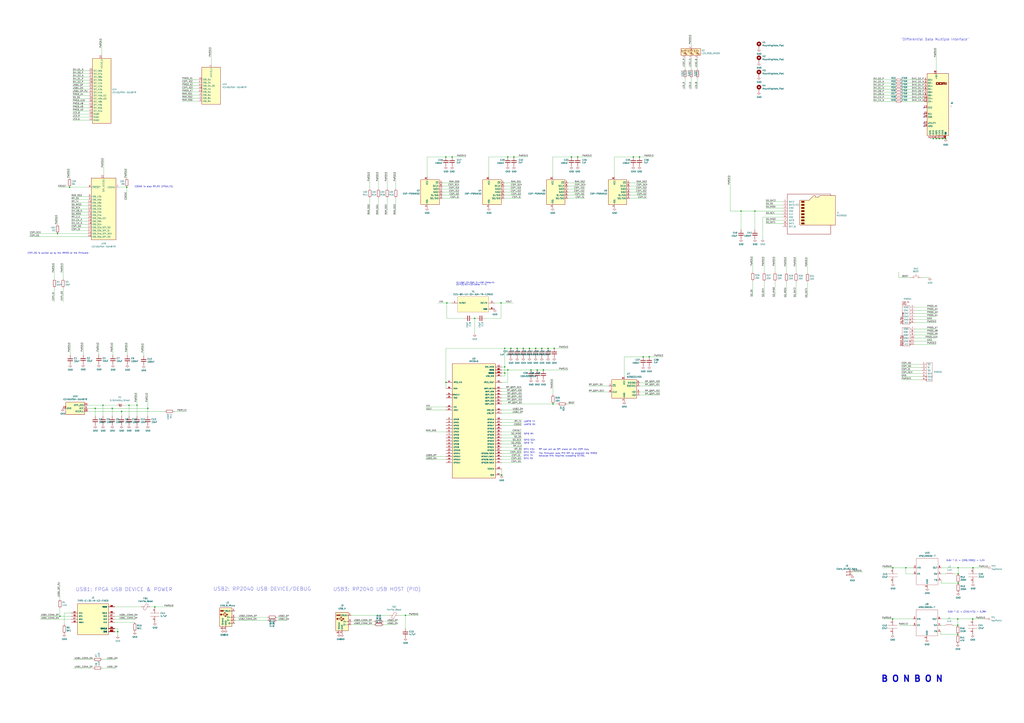
<source format=kicad_sch>
(kicad_sch (version 20211123) (generator eeschema)
  (paper "A1")
  (title_block (title "Bonbon Computer") (date "2022-07-28") (rev "V1") (company "Copyright © 2022 Lone Dynamics Corporation"))
  (junction (at 367.03 248.92))
  (junction (at 411.48 248.92))
  (junction (at 608.584 173.482))
  (junction (at 366.2172 128.9558))
  (junction (at 424.688 286.258))
  (junction (at 799.084 466.5472))
  (junction (at 105.9688 333.0448))
  (junction (at 429.768 286.258))
  (junction (at 104.14 153.924))
  (junction (at 786.638 521.4112))
  (junction (at 454.152 331.978))
  (junction (at 786.638 508.7112))
  (junction (at 798.83 508.7112))
  (junction (at 766.4704 113.8936))
  (junction (at 445.008 286.258))
  (junction (at 620.014 173.482))
  (junction (at 769.0104 113.8936))
  (junction (at 422.0972 128.9558))
  (junction (at 419.608 286.258))
  (junction (at 520.1412 128.9558))
  (junction (at 439.928 286.258))
  (junction (at 776.6304 113.8936))
  (junction (at 49.2252 506.3998))
  (junction (at 96.7232 519.0998))
  (junction (at 417.068 304.038))
  (junction (at 436.118 304.038))
  (junction (at 414.528 286.258))
  (junction (at 411.988 390.398))
  (junction (at 533.2476 293.2176))
  (junction (at 528.1676 293.2176))
  (junction (at 84.582 333.0448))
  (junction (at 434.848 286.258))
  (junction (at 99.822 338.1248))
  (junction (at 47.244 192.024))
  (junction (at 743.966 466.5472))
  (junction (at 786.892 466.5472))
  (junction (at 446.278 304.038))
  (junction (at 774.0904 113.8936))
  (junction (at 441.198 304.038))
  (junction (at 371.2972 128.9558))
  (junction (at 332.994 505.714))
  (junction (at 733.044 508.7112))
  (junction (at 733.298 466.5472))
  (junction (at 525.2212 128.9558))
  (junction (at 414.528 301.498))
  (junction (at 121.412 335.5848))
  (junction (at 417.0172 128.9558))
  (junction (at 771.5504 113.8936))
  (junction (at 450.088 286.258))
  (junction (at 469.3412 128.9558))
  (junction (at 389.89 261.62))
  (junction (at 112.522 333.0448))
  (junction (at 455.168 286.258))
  (junction (at 127.2032 498.7798))
  (junction (at 366.268 314.198))
  (junction (at 786.892 479.2472))
  (junction (at 78.232 335.5848))
  (junction (at 786.638 513.7912))
  (junction (at 474.4212 128.9558))
  (junction (at 786.892 471.6272))
  (junction (at 414.528 306.578))
  (junction (at 92.202 335.5848))
  (junction (at 57.15 153.924))
  (no_connect (at 758.8504 103.7336))
  (no_connect (at 758.8504 101.1936))
  (no_connect (at 758.8504 96.1136))
  (no_connect (at 758.8504 93.5736))
  (no_connect (at 758.8504 88.4936))
  (wire (pts (xy 68.2752 281.5082) (xy 68.2752 291.6682)))
  (wire (pts (xy 366.268 314.198) (xy 366.268 286.258)))
  (wire (pts (xy 783.59 471.6272) (xy 786.892 471.6272)))
  (wire (pts (xy 466.5472 160.4518) (xy 480.2632 160.4518)))
  (wire (pts (xy 786.638 508.7112) (xy 786.638 513.7912)))
  (wire (pts (xy 517.3472 157.9118) (xy 531.0632 157.9118)))
  (wire (pts (xy 59.69 83.566) (xy 73.406 83.566)))
  (wire (pts (xy 303.7332 155.1178) (xy 303.7332 141.4018)))
  (wire (pts (xy 453.8472 128.9558) (xy 453.8472 145.2118)))
  (wire (pts (xy 58.674 181.864) (xy 72.39 181.864)))
  (wire (pts (xy 429.768 286.258) (xy 434.848 286.258)))
  (wire (pts (xy 750.062 471.6272) (xy 743.966 471.6272)))
  (wire (pts (xy 517.3472 155.3718) (xy 531.0632 155.3718)))
  (wire (pts (xy 466.5472 162.9918) (xy 480.2632 162.9918)))
  (wire (pts (xy 738.0732 228.0158) (xy 747.2172 228.0158)))
  (wire (pts (xy 414.2232 150.2918) (xy 427.9392 150.2918)))
  (wire (pts (xy 628.904 183.642) (xy 642.874 183.642)))
  (wire (pts (xy 414.528 301.498) (xy 414.528 286.258)))
  (wire (pts (xy 94.1832 506.3998) (xy 111.2012 506.3998)))
  (wire (pts (xy 733.298 466.5472) (xy 743.966 466.5472)))
  (wire (pts (xy 663.194 224.282) (xy 663.194 211.582)))
  (wire (pts (xy 97.79 153.924) (xy 104.14 153.924)))
  (wire (pts (xy 469.3412 128.9558) (xy 474.4212 128.9558)))
  (wire (pts (xy 59.69 86.106) (xy 73.406 86.106)))
  (wire (pts (xy 59.69 65.786) (xy 73.406 65.786)))
  (wire (pts (xy 428.498 372.618) (xy 411.988 372.618)))
  (wire (pts (xy 49.2252 492.4298) (xy 49.2252 479.4758)))
  (wire (pts (xy 766.4704 113.8936) (xy 769.0104 113.8936)))
  (wire (pts (xy 411.988 314.198) (xy 417.068 314.198)))
  (wire (pts (xy 411.988 306.578) (xy 414.528 306.578)))
  (wire (pts (xy 59.69 58.166) (xy 73.406 58.166)))
  (wire (pts (xy 32.9692 506.3998) (xy 49.2252 506.3998)))
  (wire (pts (xy 72.39 153.924) (xy 57.15 153.924)))
  (wire (pts (xy 149.5552 72.9996) (xy 163.2712 72.9996)))
  (wire (pts (xy 24.384 194.564) (xy 72.39 194.564)))
  (wire (pts (xy 59.69 75.946) (xy 73.406 75.946)))
  (wire (pts (xy 740.5624 78.3336) (xy 758.8504 78.3336)))
  (wire (pts (xy 59.69 93.726) (xy 73.406 93.726)))
  (wire (pts (xy 645.922 244.348) (xy 645.922 231.648)))
  (wire (pts (xy 724.662 466.5472) (xy 733.298 466.5472)))
  (wire (pts (xy 768.9342 262.6868) (xy 751.1542 262.6868)))
  (wire (pts (xy 59.69 91.186) (xy 73.406 91.186)))
  (wire (pts (xy 414.2232 155.3718) (xy 427.9392 155.3718)))
  (wire (pts (xy 428.498 339.598) (xy 411.988 339.598)))
  (wire (pts (xy 288.544 505.714) (xy 319.786 505.714)))
  (wire (pts (xy 455.168 286.258) (xy 466.598 286.258)))
  (wire (pts (xy 44.704 248.158) (xy 44.704 236.728)))
  (wire (pts (xy 772.922 471.6272) (xy 775.97 471.6272)))
  (wire (pts (xy 572.77 73.152) (xy 572.77 64.262)))
  (wire (pts (xy 49.2252 479.4758) (xy 49.4792 479.4758)))
  (wire (pts (xy 78.232 335.5848) (xy 92.202 335.5848)))
  (wire (pts (xy 411.48 261.62) (xy 411.48 248.92)))
  (wire (pts (xy 525.2212 128.9558) (xy 536.6512 128.9558)))
  (wire (pts (xy 520.1412 128.9558) (xy 525.2212 128.9558)))
  (wire (pts (xy 59.69 60.706) (xy 73.406 60.706)))
  (wire (pts (xy 768.9342 260.1468) (xy 751.1542 260.1468)))
  (wire (pts (xy 528.1676 293.2176) (xy 533.2476 293.2176)))
  (wire (pts (xy 733.044 508.7112) (xy 749.808 508.7112)))
  (wire (pts (xy 60.4012 549.0718) (xy 76.4032 549.0718)))
  (wire (pts (xy 105.9688 341.884) (xy 105.9688 333.0448)))
  (wire (pts (xy 446.278 304.038) (xy 466.598 304.038)))
  (wire (pts (xy 94.1832 516.5598) (xy 96.7232 516.5598)))
  (wire (pts (xy 756.8692 304.4698) (xy 740.3592 304.4698)))
  (wire (pts (xy 363.4232 155.3718) (xy 377.1392 155.3718)))
  (wire (pts (xy 428.498 375.158) (xy 411.988 375.158)))
  (wire (pts (xy 428.498 357.378) (xy 411.988 357.378)))
  (wire (pts (xy 608.584 173.482) (xy 599.694 173.482)))
  (wire (pts (xy 350.7232 128.9558) (xy 350.7232 145.2118)))
  (wire (pts (xy 370.84 248.92) (xy 367.03 248.92)))
  (wire (pts (xy 517.3472 160.4518) (xy 531.0632 160.4518)))
  (wire (pts (xy 763.7272 228.0158) (xy 757.3772 228.0158)))
  (wire (pts (xy 92.7608 281.6352) (xy 92.7608 291.7952)))
  (wire (pts (xy 121.412 335.5848) (xy 121.412 341.9348)))
  (wire (pts (xy 149.5552 65.3796) (xy 163.2712 65.3796)))
  (wire (pts (xy 717.1944 80.8736) (xy 735.4824 80.8736)))
  (wire (pts (xy 366.2172 128.9558) (xy 371.2972 128.9558)))
  (wire (pts (xy 411.988 331.978) (xy 454.152 331.978)))
  (wire (pts (xy 149.5552 83.1596) (xy 163.2712 83.1596)))
  (wire (pts (xy 628.904 168.402) (xy 642.874 168.402)))
  (wire (pts (xy 414.528 306.578) (xy 414.528 301.498)))
  (wire (pts (xy 71.882 335.5848) (xy 78.232 335.5848)))
  (wire (pts (xy 717.1944 78.3336) (xy 735.4824 78.3336)))
  (wire (pts (xy 112.522 322.8848) (xy 112.522 333.0448)))
  (wire (pts (xy 149.5552 78.0796) (xy 163.2712 78.0796)))
  (wire (pts (xy 768.9342 252.5268) (xy 751.1542 252.5268)))
  (wire (pts (xy 363.4232 162.9918) (xy 377.1392 162.9918)))
  (wire (pts (xy 417.0172 128.9558) (xy 422.0972 128.9558)))
  (wire (pts (xy 620.014 188.722) (xy 620.014 173.482)))
  (wire (pts (xy 414.528 309.118) (xy 414.528 306.578)))
  (wire (pts (xy 317.9572 155.1178) (xy 317.9572 141.4018)))
  (wire (pts (xy 71.882 338.1248) (xy 99.822 338.1248)))
  (wire (pts (xy 60.4012 541.9598) (xy 76.4032 541.9598)))
  (wire (pts (xy 428.498 329.438) (xy 411.988 329.438)))
  (wire (pts (xy 774.0904 113.8936) (xy 776.6304 113.8936)))
  (wire (pts (xy 84.0232 549.0718) (xy 95.1992 549.0718)))
  (wire (pts (xy 58.674 176.784) (xy 72.39 176.784)))
  (wire (pts (xy 453.898 311.912) (xy 454.152 311.912)))
  (wire (pts (xy 636.524 244.094) (xy 636.524 231.394)))
  (wire (pts (xy 428.498 367.538) (xy 411.988 367.538)))
  (wire (pts (xy 44.704 229.108) (xy 44.704 216.408)))
  (wire (pts (xy 740.5624 68.1736) (xy 758.8504 68.1736)))
  (wire (pts (xy 572.77 56.642) (xy 572.77 47.752)))
  (wire (pts (xy 450.088 286.258) (xy 455.168 286.258)))
  (wire (pts (xy 96.7232 519.0998) (xy 94.1832 519.0998)))
  (wire (pts (xy 59.69 81.026) (xy 73.406 81.026)))
  (wire (pts (xy 121.412 322.8848) (xy 121.412 335.5848)))
  (wire (pts (xy 366.268 375.158) (xy 349.758 375.158)))
  (wire (pts (xy 504.6472 128.9558) (xy 504.6472 145.2118)))
  (wire (pts (xy 626.364 178.562) (xy 626.364 196.342)))
  (wire (pts (xy 428.498 337.058) (xy 411.988 337.058)))
  (wire (pts (xy 422.0972 128.9558) (xy 433.5272 128.9558)))
  (wire (pts (xy 59.69 98.806) (xy 73.406 98.806)))
  (wire (pts (xy 149.5552 80.6196) (xy 163.2712 80.6196)))
  (wire (pts (xy 32.9692 508.9398) (xy 58.6232 508.9398)))
  (wire (pts (xy 414.2232 160.4518) (xy 427.9392 160.4518)))
  (wire (pts (xy 94.1832 508.9398) (xy 111.2012 508.9398)))
  (wire (pts (xy 441.198 304.038) (xy 446.278 304.038)))
  (wire (pts (xy 699.9732 470.0778) (xy 708.6092 470.0778)))
  (wire (pts (xy 567.69 56.642) (xy 567.69 47.752)))
  (wire (pts (xy 149.5552 75.5396) (xy 163.2712 75.5396)))
  (wire (pts (xy 52.7812 513.2578) (xy 52.7812 503.8598)))
  (wire (pts (xy 740.5624 73.2536) (xy 758.8504 73.2536)))
  (wire (pts (xy 59.69 68.326) (xy 73.406 68.326)))
  (wire (pts (xy 642.874 178.562) (xy 626.364 178.562)))
  (wire (pts (xy 59.69 88.646) (xy 73.406 88.646)))
  (wire (pts (xy 756.8692 312.0898) (xy 740.3592 312.0898)))
  (wire (pts (xy 314.96 510.794) (xy 326.136 510.794)))
  (wire (pts (xy 567.69 37.592) (xy 567.69 28.702)))
  (wire (pts (xy 24.384 192.024) (xy 47.244 192.024)))
  (wire (pts (xy 366.268 337.058) (xy 349.758 337.058)))
  (wire (pts (xy 227.33 509.778) (xy 236.22 509.778)))
  (wire (pts (xy 428.498 380.238) (xy 411.988 380.238)))
  (wire (pts (xy 608.584 173.482) (xy 608.584 188.722)))
  (wire (pts (xy 173.4312 52.6796) (xy 173.4312 38.9636)))
  (wire (pts (xy 83.566 45.466) (xy 83.566 31.75)))
  (wire (pts (xy 786.638 508.7112) (xy 798.83 508.7112)))
  (wire (pts (xy 799.084 466.5472) (xy 809.244 466.5472)))
  (wire (pts (xy 363.4232 160.4518) (xy 377.1392 160.4518)))
  (wire (pts (xy 58.674 189.484) (xy 72.39 189.484)))
  (wire (pts (xy 414.528 286.258) (xy 419.608 286.258)))
  (wire (pts (xy 768.9342 283.0068) (xy 751.1542 283.0068)))
  (wire (pts (xy 738.0732 223.4438) (xy 738.0732 228.0158)))
  (wire (pts (xy 363.4232 150.2918) (xy 377.1392 150.2918)))
  (wire (pts (xy 663.194 244.602) (xy 663.194 231.902)))
  (wire (pts (xy 411.988 304.038) (xy 417.068 304.038)))
  (wire (pts (xy 314.96 513.334) (xy 326.136 513.334)))
  (wire (pts (xy 512.6736 293.2176) (xy 512.6736 309.4736)))
  (wire (pts (xy 115.7732 498.7798) (xy 94.1832 498.7798)))
  (wire (pts (xy 112.522 333.0448) (xy 112.522 341.9348)))
  (wire (pts (xy 636.524 223.774) (xy 636.524 211.074)))
  (wire (pts (xy 58.674 174.244) (xy 72.39 174.244)))
  (wire (pts (xy 756.8692 299.3898) (xy 740.3592 299.3898)))
  (wire (pts (xy 149.5552 70.4596) (xy 163.2712 70.4596)))
  (wire (pts (xy 59.69 73.406) (xy 73.406 73.406)))
  (wire (pts (xy 401.5232 128.9558) (xy 401.5232 145.2118)))
  (wire (pts (xy 562.61 73.152) (xy 562.61 64.262)))
  (wire (pts (xy 389.89 261.62) (xy 388.62 261.62)))
  (wire (pts (xy 58.674 171.704) (xy 72.39 171.704)))
  (wire (pts (xy 325.0692 155.1178) (xy 325.0692 141.4018)))
  (wire (pts (xy 104.648 281.7622) (xy 104.648 291.9222)))
  (wire (pts (xy 428.498 321.818) (xy 411.988 321.818)))
  (wire (pts (xy 143.002 338.1248) (xy 153.162 338.1248)))
  (wire (pts (xy 768.9342 280.4668) (xy 751.1542 280.4668)))
  (wire (pts (xy 367.03 261.62) (xy 367.03 248.92)))
  (wire (pts (xy 653.796 244.348) (xy 653.796 231.648)))
  (wire (pts (xy 149.5552 67.9196) (xy 163.2712 67.9196)))
  (wire (pts (xy 768.9342 277.9268) (xy 751.1542 277.9268)))
  (wire (pts (xy 428.498 347.218) (xy 411.988 347.218)))
  (wire (pts (xy 628.904 165.862) (xy 642.874 165.862)))
  (wire (pts (xy 366.268 286.258) (xy 414.528 286.258)))
  (wire (pts (xy 414.2232 157.9118) (xy 427.9392 157.9118)))
  (wire (pts (xy 101.346 333.0448) (xy 105.9688 333.0448)))
  (wire (pts (xy 454.152 311.912) (xy 454.152 324.358)))
  (wire (pts (xy 389.89 261.62) (xy 389.89 274.32)))
  (wire (pts (xy 414.2232 152.8318) (xy 427.9392 152.8318)))
  (wire (pts (xy 428.498 362.458) (xy 411.988 362.458)))
  (wire (pts (xy 541.8836 314.5536) (xy 525.3736 314.5536)))
  (wire (pts (xy 417.068 314.198) (xy 417.068 304.038)))
  (wire (pts (xy 359.41 248.92) (xy 367.03 248.92)))
  (wire (pts (xy 343.916 505.714) (xy 332.994 505.714)))
  (wire (pts (xy 786.892 466.5472) (xy 799.084 466.5472)))
  (wire (pts (xy 740.5624 65.6336) (xy 758.8504 65.6336)))
  (wire (pts (xy 411.48 248.92) (xy 406.4 248.92)))
  (wire (pts (xy 541.8836 322.1736) (xy 525.3736 322.1736)))
  (wire (pts (xy 628.904 176.022) (xy 642.874 176.022)))
  (wire (pts (xy 599.694 173.482) (xy 599.694 144.272)))
  (wire (pts (xy 756.8692 309.5498) (xy 740.3592 309.5498)))
  (wire (pts (xy 466.5472 152.8318) (xy 480.2632 152.8318)))
  (wire (pts (xy 288.544 513.334) (xy 307.34 513.334)))
  (wire (pts (xy 772.922 479.2472) (xy 786.892 479.2472)))
  (wire (pts (xy 428.498 354.838) (xy 411.988 354.838)))
  (wire (pts (xy 71.882 333.0448) (xy 84.582 333.0448)))
  (wire (pts (xy 58.674 169.164) (xy 72.39 169.164)))
  (wire (pts (xy 288.544 510.794) (xy 307.34 510.794)))
  (wire (pts (xy 104.14 153.924) (xy 104.14 164.338)))
  (wire (pts (xy 332.994 505.714) (xy 327.406 505.714)))
  (wire (pts (xy 445.008 286.258) (xy 450.088 286.258)))
  (wire (pts (xy 517.3472 152.8318) (xy 531.0632 152.8318)))
  (wire (pts (xy 366.268 377.698) (xy 349.758 377.698)))
  (wire (pts (xy 47.244 176.784) (xy 47.244 184.404)))
  (wire (pts (xy 768.9342 257.6068) (xy 751.1542 257.6068)))
  (wire (pts (xy 51.816 229.108) (xy 51.816 216.408)))
  (wire (pts (xy 768.9342 270.3068) (xy 751.1542 270.3068)))
  (wire (pts (xy 58.674 184.404) (xy 72.39 184.404)))
  (wire (pts (xy 541.8836 317.0936) (xy 525.3736 317.0936)))
  (wire (pts (xy 740.5624 75.7936) (xy 758.8504 75.7936)))
  (wire (pts (xy 96.7232 522.4018) (xy 96.7232 519.0998)))
  (wire (pts (xy 740.5624 80.8736) (xy 758.8504 80.8736)))
  (wire (pts (xy 772.668 518.8712) (xy 772.668 521.4112)))
  (wire (pts (xy 105.9688 333.0448) (xy 112.522 333.0448)))
  (wire (pts (xy 769.0104 113.8936) (xy 771.5504 113.8936)))
  (wire (pts (xy 756.8692 301.9298) (xy 740.3592 301.9298)))
  (wire (pts (xy 363.4232 152.8318) (xy 377.1392 152.8318)))
  (wire (pts (xy 772.668 521.4112) (xy 786.638 521.4112)))
  (wire (pts (xy 428.498 344.678) (xy 411.988 344.678)))
  (wire (pts (xy 52.7812 503.8598) (xy 58.6232 503.8598)))
  (wire (pts (xy 769.0104 58.0136) (xy 769.0104 39.7256)))
  (wire (pts (xy 401.5232 128.9558) (xy 417.0172 128.9558)))
  (wire (pts (xy 763.9304 113.8936) (xy 766.4704 113.8936)))
  (wire (pts (xy 786.892 466.5472) (xy 786.892 471.6272)))
  (wire (pts (xy 428.498 377.698) (xy 411.988 377.698)))
  (wire (pts (xy 391.16 261.62) (xy 389.89 261.62)))
  (wire (pts (xy 717.1944 70.7136) (xy 735.4824 70.7136)))
  (wire (pts (xy 645.922 224.028) (xy 645.922 211.328)))
  (wire (pts (xy 642.874 173.482) (xy 620.014 173.482)))
  (wire (pts (xy 653.796 224.028) (xy 653.796 211.328)))
  (wire (pts (xy 499.9736 317.0936) (xy 483.4636 317.0936)))
  (wire (pts (xy 59.69 78.486) (xy 73.406 78.486)))
  (wire (pts (xy 59.69 63.246) (xy 73.406 63.246)))
  (wire (pts (xy 84.0232 541.9598) (xy 95.1992 541.9598)))
  (wire (pts (xy 512.6736 293.2176) (xy 528.1676 293.2176)))
  (wire (pts (xy 58.674 186.944) (xy 72.39 186.944)))
  (wire (pts (xy 428.498 349.758) (xy 411.988 349.758)))
  (wire (pts (xy 772.922 466.5472) (xy 786.892 466.5472)))
  (wire (pts (xy 471.932 331.978) (xy 465.582 331.978)))
  (wire (pts (xy 768.9342 272.8468) (xy 751.1542 272.8468)))
  (wire (pts (xy 434.848 286.258) (xy 439.928 286.258)))
  (wire (pts (xy 743.966 471.6272) (xy 743.966 466.5472)))
  (wire (pts (xy 466.5472 150.2918) (xy 480.2632 150.2918)))
  (wire (pts (xy 59.69 70.866) (xy 73.406 70.866)))
  (wire (pts (xy 193.04 507.238) (xy 219.71 507.238)))
  (wire (pts (xy 562.61 56.642) (xy 562.61 47.752)))
  (wire (pts (xy 428.498 359.918) (xy 411.988 359.918)))
  (wire (pts (xy 499.9736 322.1736) (xy 483.4636 322.1736)))
  (wire (pts (xy 771.5504 113.8936) (xy 774.0904 113.8936)))
  (wire (pts (xy 428.498 324.358) (xy 411.988 324.358)))
  (wire (pts (xy 51.816 248.158) (xy 51.816 236.728)))
  (wire (pts (xy 127.2032 498.7798) (xy 142.4432 498.7798)))
  (wire (pts (xy 717.1944 73.2536) (xy 735.4824 73.2536)))
  (wire (pts (xy 92.202 341.9348) (xy 92.202 335.5848)))
  (wire (pts (xy 424.688 286.258) (xy 429.768 286.258)))
  (wire (pts (xy 436.118 304.038) (xy 441.198 304.038)))
  (wire (pts (xy 411.988 301.498) (xy 414.528 301.498)))
  (wire (pts (xy 58.674 161.544) (xy 72.39 161.544)))
  (wire (pts (xy 466.5472 155.3718) (xy 480.2632 155.3718)))
  (wire (pts (xy 798.83 508.7112) (xy 808.99 508.7112)))
  (wire (pts (xy 57.658 281.686) (xy 57.658 291.846)))
  (wire (pts (xy 772.668 513.7912) (xy 775.716 513.7912)))
  (wire (pts (xy 78.232 341.9348) (xy 78.232 335.5848)))
  (wire (pts (xy 371.2972 128.9558) (xy 382.7272 128.9558)))
  (wire (pts (xy 717.1944 75.7936) (xy 735.4824 75.7936)))
  (wire (pts (xy 414.2232 162.9918) (xy 427.9392 162.9918)))
  (wire (pts (xy 717.1944 68.1736) (xy 735.4824 68.1736)))
  (wire (pts (xy 419.608 286.258) (xy 424.688 286.258)))
  (wire (pts (xy 85.09 143.764) (xy 85.09 130.048)))
  (wire (pts (xy 325.0692 176.4538) (xy 325.0692 162.7378)))
  (wire (pts (xy 627.634 223.774) (xy 627.634 211.074)))
  (wire (pts (xy 317.9572 176.4538) (xy 317.9572 162.7378)))
  (wire (pts (xy 363.4232 157.9118) (xy 377.1392 157.9118)))
  (wire (pts (xy 99.822 341.9348) (xy 99.822 338.1248)))
  (wire (pts (xy 417.068 304.038) (xy 436.118 304.038)))
  (wire (pts (xy 310.8452 176.4538) (xy 310.8452 162.7378)))
  (wire (pts (xy 618.236 243.84) (xy 618.236 231.14)))
  (wire (pts (xy 58.674 179.324) (xy 72.39 179.324)))
  (wire (pts (xy 303.7332 176.4538) (xy 303.7332 162.7378)))
  (wire (pts (xy 428.498 326.898) (xy 411.988 326.898)))
  (wire (pts (xy 541.8836 324.7136) (xy 525.3736 324.7136)))
  (wire (pts (xy 49.2252 506.3998) (xy 58.6232 506.3998)))
  (wire (pts (xy 411.988 309.118) (xy 414.528 309.118)))
  (wire (pts (xy 227.33 507.238) (xy 236.22 507.238)))
  (wire (pts (xy 717.1944 83.4136) (xy 735.4824 83.4136)))
  (wire (pts (xy 768.9342 255.0668) (xy 751.1542 255.0668)))
  (wire (pts (xy 756.8692 307.0098) (xy 740.3592 307.0098)))
  (wire (pts (xy 58.674 164.084) (xy 72.39 164.084)))
  (wire (pts (xy 620.014 173.482) (xy 608.584 173.482)))
  (wire (pts (xy 81.2292 281.5082) (xy 81.2292 291.6682)))
  (wire (pts (xy 783.336 513.7912) (xy 786.638 513.7912)))
  (wire (pts (xy 717.1944 65.6336) (xy 735.4824 65.6336)))
  (wire (pts (xy 94.1832 511.4798) (xy 110.6932 511.4798)))
  (wire (pts (xy 366.268 334.518) (xy 349.758 334.518)))
  (wire (pts (xy 567.69 73.152) (xy 567.69 64.262)))
  (wire (pts (xy 366.268 319.278) (xy 366.268 314.198)))
  (wire (pts (xy 428.498 364.998) (xy 411.988 364.998)))
  (wire (pts (xy 428.498 319.278) (xy 411.988 319.278)))
  (wire (pts (xy 123.3932 498.7798) (xy 127.2032 498.7798)))
  (wire (pts (xy 740.5624 83.4136) (xy 758.8504 83.4136)))
  (wire (pts (xy 628.904 181.102) (xy 642.874 181.102)))
  (wire (pts (xy 84.582 341.9348) (xy 84.582 333.0448)))
  (wire (pts (xy 772.668 508.7112) (xy 786.638 508.7112)))
  (wire (pts (xy 504.6472 128.9558) (xy 520.1412 128.9558)))
  (wire (pts (xy 350.7232 128.9558) (xy 366.2172 128.9558)))
  (wire (pts (xy 772.922 476.7072) (xy 772.922 479.2472)))
  (wire (pts (xy 118.0084 282.2702) (xy 118.0084 292.4302)))
  (wire (pts (xy 517.3472 150.2918) (xy 531.0632 150.2918)))
  (wire (pts (xy 740.5624 70.7136) (xy 758.8504 70.7136)))
  (wire (pts (xy 59.69 96.266) (xy 73.406 96.266)))
  (wire (pts (xy 628.904 170.942) (xy 642.874 170.942)))
  (wire (pts (xy 310.8452 155.1178) (xy 310.8452 141.4018)))
  (wire (pts (xy 332.994 516.382) (xy 332.994 505.714)))
  (wire (pts (xy 627.634 244.094) (xy 627.634 231.394)))
  (wire (pts (xy 743.966 466.5472) (xy 750.062 466.5472)))
  (wire (pts (xy 57.15 153.924) (xy 48.26 153.924)))
  (wire (pts (xy 738.378 513.7912) (xy 749.808 513.7912)))
  (wire (pts (xy 84.582 333.0448) (xy 96.266 333.0448)))
  (wire (pts (xy 381 261.62) (xy 367.03 261.62)))
  (wire (pts (xy 768.9342 265.2268) (xy 751.1542 265.2268)))
  (wire (pts (xy 99.822 338.1248) (xy 135.382 338.1248)))
  (wire (pts (xy 474.4212 128.9558) (xy 485.8512 128.9558)))
  (wire (pts (xy 57.15 146.304) (xy 57.15 138.684)))
  (wire (pts (xy 439.928 286.258) (xy 445.008 286.258)))
  (wire (pts (xy 366.268 354.838) (xy 349.758 354.838)))
  (wire (pts (xy 411.48 248.92) (xy 421.64 248.92)))
  (wire (pts (xy 193.04 509.778) (xy 219.71 509.778)))
  (wire (pts (xy 517.3472 162.9918) (xy 531.0632 162.9918)))
  (wire (pts (xy 768.9342 275.3868) (xy 751.1542 275.3868)))
  (wire (pts (xy 49.2252 500.0498) (xy 49.2252 506.3998)))
  (wire (pts (xy 618.236 223.52) (xy 618.236 210.82)))
  (wire (pts (xy 411.988 385.318) (xy 411.988 390.398)))
  (wire (pts (xy 58.674 166.624) (xy 72.39 166.624)))
  (wire (pts (xy 104.14 146.304) (xy 104.14 138.684)))
  (wire (pts (xy 398.78 261.62) (xy 411.48 261.62)))
  (wire (pts (xy 47.244 192.024) (xy 72.39 192.024)))
  (wire (pts (xy 453.8472 128.9558) (xy 469.3412 128.9558)))
  (wire (pts (xy 454.152 331.978) (xy 457.962 331.978)))
  (wire (pts (xy 428.498 370.078) (xy 411.988 370.078)))
  (wire (pts (xy 92.202 335.5848) (xy 121.412 335.5848)))
  (wire (pts (xy 533.2476 293.2176) (xy 544.6776 293.2176)))
  (wire (pts (xy 466.5472 157.9118) (xy 480.2632 157.9118)))
  (wire (pts (xy 96.7232 516.5598) (xy 96.7232 519.0998)))
  (wire (pts (xy 724.408 508.7112) (xy 733.044 508.7112)))
  (text "CDONE is also RP_RX (FPGA_TX)" (at 110.49 154.178 0) (effects (font (size 1.27 1.27)) (justify left bottom)))
  (text "UART0 RX" (at 430.276 349.758 0) (effects (font (size 1.27 1.27)) (justify left bottom)))
  (text "SPI1 TX" (at 430.022 375.158 0) (effects (font (size 1.27 1.27)) (justify left bottom)))
  (text "USB3: RP2040 USB HOST (PIO)" (at 273.558 486.156 0) (effects (font (size 3 3)) (justify left bottom)))
  (text "CSPI_SS is pulled up by the MMOD or the firmware" (at 22.606 208.788 0) (effects (font (size 1.27 1.27)) (justify left bottom)))
  (text "0.6V * (1 + (210/47)) = 3.28V" (at 778.51 503.6312 0) (effects (font (size 1.27 1.27)) (justify left bottom)))
  (text "SPI1 CSn" (at 430.022 370.078 0) (effects (font (size 1.27 1.27)) (justify left bottom)))
  (text "C1=15pF, C2=15pF, CL=12pF, Cstray=5,\n(C1*C2)/(C1+C2)+Cstray == CL" (at 374.7516 234.5436 0) (effects (font (size 0.9906 0.9906)) (justify left bottom)))
  (text "SPI1 RX" (at 430.022 377.698 0) (effects (font (size 1.27 1.27)) (justify left bottom)))
  (text "SPI1 SCK" (at 430.022 372.618 0) (effects (font (size 1.27 1.27)) (justify left bottom)))
  (text "UART0 TX" (at 430.276 347.218 0) (effects (font (size 1.27 1.27)) (justify left bottom)))
  (text "0.6V * (1 + (200/200)) = 1.2V" (at 777.24 461.4672 0) (effects (font (size 1.27 1.27)) (justify left bottom)))
  (text "RP can act as SPI slave on the CSPI bus." (at 442.468 370.078 0) (effects (font (size 1.27 1.27)) (justify left bottom)))
  (text "SPI0 TX" (at 430.276 364.998 0) (effects (font (size 1.27 1.27)) (justify left bottom)))
  (text "USB1: FPGA USB DEVICE & POWER" (at 62.1792 486.3338 0) (effects (font (size 3 3)) (justify left bottom)))
  (text "\"Differential Data Multiple Interface\"" (at 739.8512 33.7058 0) (effects (font (size 2 2)) (justify left bottom)))
  (text "SPIO SCK" (at 430.276 362.458 0) (effects (font (size 1.27 1.27)) (justify left bottom)))
  (text "USB2: RP2040 USB DEVICE/DEBUG" (at 175.26 485.902 0) (effects (font (size 3 3)) (justify left bottom)))
  (text "The firmware uses PIO SPI to program the MMOD\nbecause this requires swapping SI/SO." (at 442.468 375.412 0) (effects (font (size 1.27 1.27)) (justify left bottom)))
  (text "SPI0 RX" (at 430.276 357.378 0) (effects (font (size 1.27 1.27)) (justify left bottom)))
  (text "B O N B O N" (at 723.392 560.832 0) (effects (font (size 5 5) (thickness 1) bold) (justify left bottom)))
  (label "DVIC_D1_N" (at 748.7412 73.2536 0))
  (label "DVI_CK_N" (at 717.1944 83.4136 0))
  (label "DVI_D1_P" (at 59.69 65.786 0))
  (label "USB1_CONN_DN" (at 61.1632 541.9598 0))
  (label "PMOD_A9" (at 761.3142 275.3868 0))
  (label "LED_B" (at 59.69 93.726 0))
  (label "CSPI_SCK" (at 367.9952 152.8318 0))
  (label "PWR5V0" (at 335.788 505.714 0))
  (label "USB1_DP" (at 87.8332 549.0718 0))
  (label "CSPI_SCK" (at 24.384 192.024 0))
  (label "GND" (at 761.3142 262.6868 0))
  (label "USB1_CONN_DP" (at 33.4772 506.3998 0))
  (label "PWR3V3" (at 567.69 36.322 90))
  (label "DVI_D2_N" (at 59.69 63.246 0))
  (label "GND" (at 740.3592 309.5498 0))
  (label "PMOD_A3" (at 59.69 91.186 0))
  (label "PMOD_A1" (at 761.3142 252.5268 0))
  (label "CSPI_SS" (at 419.862 380.238 0))
  (label "USB2_DN" (at 228.6 509.778 0))
  (label "DVI_CK_N" (at 58.674 184.404 0))
  (label "USB1_DP" (at 59.69 70.866 0))
  (label "CDONE" (at 104.14 164.338 90))
  (label "CSPI_IO3" (at 419.3032 155.3718 0))
  (label "USB3_DN" (at 349.758 377.698 0))
  (label "RAM_SS3" (at 58.674 161.544 0))
  (label "DVI_D2_N" (at 717.1944 68.1736 0))
  (label "PWR3V3" (at 325.0692 149.0218 90))
  (label "LEDC_R" (at 562.61 55.118 90))
  (label "SD_MISO" (at 419.862 357.378 0))
  (label "CSPI_IO3" (at 471.3732 155.3718 0))
  (label "RP_TX" (at 58.674 166.624 0))
  (label "SD_DAT1" (at 663.194 244.602 90))
  (label "PWR3V3" (at 118.0084 289.8902 90))
  (label "CSPI_IO3" (at 368.5032 155.3718 0))
  (label "SD_DAT2" (at 628.904 165.862 0))
  (label "PWR3V3" (at 645.922 218.948 90))
  (label "DVI_D1_N" (at 717.1944 73.2536 0))
  (label "DVI_D0_P" (at 717.1944 75.7936 0))
  (label "SD_SS" (at 422.148 359.918 0))
  (label "SD_MOSI" (at 58.674 176.784 0))
  (label "XOUT" (at 415.29 248.92 0))
  (label "RAM_SS0" (at 303.7332 176.4538 90))
  (label "RP_QSPI_SCK" (at 483.4636 322.1736 0))
  (label "USB2_CONN_DN" (at 195.8848 509.778 0))
  (label "RAM_SS2" (at 471.8812 150.2918 0))
  (label "PWR3V3" (at 636.524 218.694 90))
  (label "RAM_SS0" (at 368.7572 150.2918 0))
  (label "USB1_CONN_DN" (at 33.4772 508.9398 0))
  (label "CSPI_SCK" (at 522.6812 152.8318 0))
  (label "PWR3V3" (at 104.14 146.304 90))
  (label "LEDC_B" (at 572.77 55.372 90))
  (label "PWR3V3" (at 44.704 224.028 90))
  (label "USB3_DP" (at 318.008 510.794 0))
  (label "RP_SS" (at 422.402 370.078 0))
  (label "PWR3V3" (at 761.3142 283.0068 0))
  (label "RAM_SS2" (at 149.5552 80.6196 0))
  (label "DVI_D0_N" (at 58.674 174.244 0))
  (label "PWR3V3" (at 425.9072 128.9558 0))
  (label "PWR3V3" (at 599.694 151.892 90))
  (label "LED_R" (at 59.69 96.266 0))
  (label "PWR3V3" (at 303.7332 149.0218 90))
  (label "PWR5V0" (at 134.8232 498.7798 0))
  (label "LED_G" (at 567.69 73.152 90))
  (label "PWR3V3" (at 618.236 218.44 90))
  (label "PWR3V3" (at 458.978 286.258 0))
  (label "BOOT" (at 466.852 331.978 0))
  (label "SD_SS" (at 59.69 81.026 0))
  (label "USB2_CONN_DP" (at 196.088 507.238 0))
  (label "SD_MISO" (at 58.674 169.164 0))
  (label "SD_SS" (at 618.236 243.84 90))
  (label "PWR3V3" (at 310.8452 149.0218 90))
  (label "USB2_DP" (at 228.6 507.238 0))
  (label "PWR3V3" (at 112.522 330.5048 90))
  (label "SD_SCK" (at 420.878 362.458 0))
  (label "CRESET" (at 54.61 153.924 180))
  (label "PWR1V2" (at 803.8592 466.5472 0))
  (label "CSPI_SCK" (at 740.3592 307.0098 0))
  (label "PMOD_A7" (at 761.3142 270.3068 0))
  (label "SD_MOSI" (at 419.862 364.998 0))
  (label "RP_TX" (at 422.402 347.218 0))
  (label "USB1_DN" (at 59.69 73.406 0))
  (label "DVI_D1_N" (at 59.69 58.166 0))
  (label "RP_SS" (at 58.674 164.084 0))
  (label "CSPI_SCK" (at 419.5572 152.8318 0))
  (label "PWR3V3" (at 653.796 218.948 90))
  (label "RAM_SS1" (at 310.8452 176.4538 90))
  (label "PWR3V3" (at 478.2312 128.9558 0))
  (label "RP_QSPI_SS" (at 417.068 331.978 0))
  (label "PWR3V3" (at 83.566 39.37 90))
  (label "PWR3V3" (at 51.816 224.028 90))
  (label "RP_QSPI_IO2" (at 529.6916 322.1736 0))
  (label "XIN" (at 360.68 248.92 0))
  (label "PWR5V0" (at 724.408 508.7112 0))
  (label "PWR1V2" (at 121.412 330.5048 90))
  (label "SD_MISO" (at 636.524 244.094 90))
  (label "USB1_DN" (at 87.8332 541.9598 0))
  (label "PWR3V3" (at 454.152 319.278 90))
  (label "SD_SCK" (at 627.634 244.094 90))
  (label "RP_QSPI_IO1" (at 529.6916 317.0936 0))
  (label "DVI_D1_P" (at 717.1944 70.7136 0))
  (label "PWR3V3" (at 104.648 289.3822 90))
  (label "PWR3V3" (at 740.3592 312.0898 0))
  (label "USB2_DP" (at 420.878 339.598 0))
  (label "USB3_DN" (at 318.008 513.334 0))
  (label "CSPI_SO" (at 419.8112 160.4518 0))
  (label "DVI_D0_N" (at 717.1944 78.3336 0))
  (label "SD_MISO" (at 628.904 181.102 0))
  (label "PMOD_A4" (at 59.69 78.486 0))
  (label "CSPI_SCK" (at 471.8812 152.8318 0))
  (label "DVI_D2_P" (at 717.1944 65.6336 0))
  (label "PWR3V3" (at 801.37 508.7112 0))
  (label "CRESET" (at 420.878 354.838 0))
  (label "RP_QSPI_SS" (at 483.4636 317.0936 0))
  (label "PMOD_A1" (at 149.5552 65.3796 0))
  (label "RAM_SS3" (at 522.6812 150.2918 0))
  (label "LEDC_G" (at 567.69 55.118 90))
  (label "PWR3V3" (at 57.15 146.304 90))
  (label "PWR3V3" (at 68.2752 289.1282 90))
  (label "PWR3V3" (at 173.4312 46.5836 90))
  (label "XOUT" (at 349.758 337.058 0))
  (label "CSPI_SI" (at 420.116 375.158 0))
  (label "CSPI_IO2" (at 522.4272 157.9118 0))
  (label "PMOD_A8" (at 761.3142 272.8468 0))
  (label "CSPI_IO3" (at 522.4272 155.3718 0))
  (label "CDONE" (at 421.894 349.758 0))
  (label "PMOD_A2" (at 149.5552 70.4596 0))
  (label "RP_QSPI_IO3" (at 529.6916 324.7136 0))
  (label "CSPI_SO" (at 419.862 377.698 0))
  (label "PWR3V3" (at 85.09 137.668 90))
  (label "DVIC_D1_P" (at 748.7412 70.7136 0))
  (label "PWR3V3" (at 537.0576 293.2176 0))
  (label "USB3_CONN_DN" (at 290.576 513.334 0))
  (label "USB1_CONN_DP" (at 61.1632 549.0718 0))
  (label "USB2_DN" (at 420.878 337.058 0))
  (label "DVIC_CK_N" (at 748.792 83.4136 0))
  (label "CSPI_IO2" (at 149.5552 67.9196 0))
  (label "PMOD_A2" (at 761.3142 255.0668 0))
  (label "PWR5V0" (at 769.0104 47.0916 90))
  (label "DVI_CK_P" (at 58.674 181.864 0))
  (label "CSPI_SI" (at 58.674 189.484 0))
  (label "PWR5V0" (at 724.662 466.5472 0))
  (label "SD_SCK" (at 58.674 171.704 0))
  (label "PWR3V3" (at 529.0312 128.9558 0))
  (label "SD_DAT2" (at 653.796 244.348 90))
  (label "PWR1V2" (at 81.2292 289.1282 90))
  (label "USB1_CONN_DP" (at 97.9932 508.9398 0))
  (label "DVIC_D2_N" (at 748.7412 68.1736 0))
  (label "PMOD_A3" (at 761.3142 257.6068 0))
  (label "RP_CLK" (at 421.386 367.538 0))
  (label "SD_SCK" (at 628.904 176.022 0))
  (label "USB3_DP" (at 349.758 375.158 0))
  (label "CSPI_SO" (at 51.816 247.142 90))
  (label "PMOD_A9" (at 59.69 88.646 0))
  (label "CSPI_IO2" (at 419.3032 157.9118 0))
  (label "CSPI_SI" (at 523.6972 162.9918 0))
  (label "BOOT" (at 740.8672 228.0158 0))
  (label "RP_CLK" (at 58.674 179.324 0))
  (label "RP_QSPI_SCK" (at 415.544 319.278 0))
  (label "RAM_SS0" (at 149.5552 83.1596 0))
  (label "SD_MOSI" (at 645.922 244.348 90))
  (label "PWR1V2" (at 745.744 513.7912 180))
  (label "RP_QSPI_IO3" (at 416.56 329.438 0))
  (label "SD_DAT1" (at 628.904 183.642 0))
  (label "XIN" (at 349.758 334.518 0))
  (label "CSPI_SO" (at 58.674 186.944 0))
  (label "PWR3V3" (at 317.9572 149.0218 90))
  (label "DVI_D0_P" (at 59.69 60.706 0))
  (label "PMOD_A7" (at 149.5552 75.5396 0))
  (label "CSPI_SS" (at 24.384 194.564 0))
  (label "USB3_CONN_DP" (at 290.576 510.794 0))
  (label "USB1_DP_PU" (at 49.2252 490.6518 90))
  (label "CSPI_SO" (at 471.8812 160.4518 0))
  (label "CSPI_SS" (at 740.3592 299.3898 0))
  (label "RAM_SS3" (at 325.0692 176.4538 90))
  (label "DVI_CK_P" (at 717.1944 80.8736 0))
  (label "SD_SS" (at 628.904 168.402 0))
  (label "CSPI_SO" (at 522.9352 160.4518 0))
  (label "CSPI_SO" (at 740.3592 301.9298 0))
  (label "RAM_SS0" (at 349.758 354.838 0))
  (label "PWR3V3" (at 47.244 184.404 90))
  (label "PWR3V3" (at 627.634 218.694 90))
  (label "CSPI_SI" (at 472.6432 162.9918 0))
  (label "PWR1V2" (at 92.7608 289.2552 90))
  (label "CSPI_SI" (at 44.704 247.142 90))
  (label "PWR3V3" (at 57.658 289.306 90))
  (label "CSPI_SCK" (at 419.1 372.618 0))
  (label "DVIC_D2_P" (at 748.6396 65.6336 0))
  (label "SD_MOSI" (at 628.904 170.942 0))
  (label "CSPI_SI" (at 420.5732 162.9918 0))
  (label "PWR1V1" (at 458.978 304.038 0))
  (label "CSPI_SI" (at 369.7732 162.9918 0))
  (label "GND" (at 761.3142 280.4668 0))
  (label "RP_QSPI_IO2" (at 416.56 326.898 0))
  (label "PMOD_A10" (at 59.69 83.566 0))
  (label "DVI_D2_P" (at 59.69 68.326 0))
  (label "USB1_DP_PU" (at 59.69 75.946 0))
  (label "RP_QSPI_IO0" (at 529.6916 314.5536 0))
  (label "PMOD_A10" (at 760.0442 277.9268 0))
  (label "LED_G" (at 59.69 98.806 0))
  (label "DVIC_CK_P" (at 748.7412 80.8736 0))
  (label "RP_QSPI_IO0" (at 416.306 321.818 0))
  (label "LED_R" (at 562.61 73.152 90))
  (label "DVIC_D0_P" (at 748.7412 75.7936 0))
  (label "PWR3V3" (at 375.1072 128.9558 0))
  (label "PWR1V2" (at 145.542 338.1248 0))
  (label "USB1_CONN_DN" (at 97.9932 506.3998 0))
  (label "CSPI_SO" (at 369.0112 160.4518 0))
  (label "CSPI_SI" (at 740.3592 304.4698 0))
  (label "PMOD_A8" (at 59.69 86.106 0))
  (label "PWR3V3" (at 761.3142 265.2268 0))
  (label "LED_B" (at 572.77 73.152 90))
  (label "RP_QSPI_IO1" (at 416.56 324.358 0))
  (label "RAM_SS1" (at 419.5572 150.2918 0))
  (label "CSPI_IO2" (at 368.5032 157.9118 0))
  (label "CSPI_IO3" (at 149.5552 72.9996 0))
  (label "RAM_SS1" (at 149.5552 78.0796 0))
  (label "CSPI_IO2" (at 471.3732 157.9118 0))
  (label "PMOD_A4" (at 761.3142 260.1468 0))
  (label "PWR3V3" (at 663.194 219.202 90))
  (label "RAM_SS2" (at 317.9572 176.4538 90))
  (label "PWR5V0" (at 699.9732 470.0778 0))
  (label "DVIC_D0_N" (at 748.7412 78.3336 0))
  (symbol (lib_id "ldx-rescue:MRR_ESPE-rescue_Micro_SD_Card_China-projsym-MRR_ESPA-rescue-microsd") (at 665.734 176.022 0) (unit 1)
    (property "Reference" "J4" (at 686.816 174.8536 0) (effects (justify left)))
    (property "Value" "MICROSD" (at 686.816 177.165 0) (effects (justify left)))
    (property "Footprint" "LD-SDCARD:SDCARD" (effects hide))
  )
  (symbol (lib_id "Device:R") (at 51.816 232.918 0) (unit 1)
    (property "Reference" "R3" (at 53.594 231.7496 0) (effects (justify left)))
    (property "Value" "DNP" (at 53.594 234.061 0) (effects (justify left)))
    (property "Footprint" "Resistor_SMD:R_0402_1005Metric" (effects hide))
  )
  (symbol (lib_id "power:GND") (at 626.364 196.342 0) (unit 1)
    (property "Reference" "#PWR061" (effects hide))
    (property "Value" "GND" (at 626.491 200.7362 0))
  )
  (symbol (lib_id "Device:C") (at 620.014 192.532 0) (unit 1)
    (property "Reference" "C41" (at 613.664 191.262 0) (effects (justify left)))
    (property "Value" "100nF" (at 611.124 193.802 0) (effects (justify left)))
    (property "Footprint" "Resistor_SMD:R_0402_1005Metric" (effects hide))
  )
  (symbol (lib_id "Device:C") (at 332.994 520.192 0) (unit 1)
    (property "Reference" "C15" (at 335.915 519.0236 0) (effects (justify left)))
    (property "Value" "4.7uF" (at 335.915 521.335 0) (effects (justify left)))
    (property "Footprint" "Resistor_SMD:R_0603_1608Metric" (effects hide))
  )
  (symbol (lib_id "power:GND") (at 332.994 524.002 0) (unit 1)
    (property "Reference" "#PWR023" (effects hide))
    (property "Value" "GND" (at 333.121 528.3962 0))
  )
  (symbol (lib_id "power:GND") (at 620.014 196.342 0) (unit 1)
    (property "Reference" "#PWR056" (effects hide))
    (property "Value" "GND" (at 620.141 200.7362 0))
  )
  (symbol (lib_id "power:GND") (at 182.88 517.398 0) (unit 1)
    (property "Reference" "#PWR019" (effects hide))
    (property "Value" "GND" (at 183.007 521.7922 0))
  )
  (symbol (lib_id "Device:C") (at 112.522 345.7448 0) (unit 1)
    (property "Reference" "C11" (at 115.443 344.5764 0) (effects (justify left)))
    (property "Value" "10nF" (at 115.443 346.8878 0) (effects (justify left)))
    (property "Footprint" "Capacitor_SMD:C_0402_1005Metric" (effects hide))
  )
  (symbol (lib_id "Device:C") (at 121.412 345.7448 0) (unit 1)
    (property "Reference" "C13" (at 124.333 344.5764 0) (effects (justify left)))
    (property "Value" "10nF" (at 124.333 346.8878 0) (effects (justify left)))
    (property "Footprint" "Capacitor_SMD:C_0402_1005Metric" (effects hide))
  )
  (symbol (lib_id "Device:C") (at 78.232 345.7448 0) (unit 1)
    (property "Reference" "C3" (at 81.153 344.5764 0) (effects (justify left)))
    (property "Value" "100nF" (at 81.153 346.8878 0) (effects (justify left)))
    (property "Footprint" "Capacitor_SMD:C_0402_1005Metric" (effects hide))
  )
  (symbol (lib_id "power:GND") (at 78.232 349.5548 0) (unit 1)
    (property "Reference" "#PWR05" (effects hide))
    (property "Value" "GND" (at 78.359 353.949 0))
  )
  (symbol (lib_id "power:GND") (at 112.522 349.5548 0) (unit 1)
    (property "Reference" "#PWR015" (effects hide))
    (property "Value" "GND" (at 112.649 353.949 0))
  )
  (symbol (lib_id "power:GND") (at 121.412 349.5548 0) (unit 1)
    (property "Reference" "#PWR017" (effects hide))
    (property "Value" "GND" (at 121.539 353.949 0))
  )
  (symbol (lib_id "Device:Ferrite_Bead") (at 119.5832 498.7798 270) (unit 1)
    (property "Reference" "FB1" (at 119.5832 491.8202 90))
    (property "Value" "Ferrite_Bead" (at 119.5832 494.1316 90))
    (property "Footprint" "Resistor_SMD:R_0603_1608Metric" (effects hide))
  )
  (symbol (lib_id "pspice:C") (at 127.2032 505.1298 0) (unit 1)
    (property "Reference" "C14" (at 131.7244 503.9614 0) (effects (justify left)))
    (property "Value" "4.7uF" (at 131.7244 506.2728 0) (effects (justify left)))
    (property "Footprint" "Resistor_SMD:R_0603_1608Metric" (effects hide))
  )
  (symbol (lib_id "Device:R") (at 44.704 232.918 0) (unit 1)
    (property "Reference" "R1" (at 46.482 231.7496 0) (effects (justify left)))
    (property "Value" "DNP" (at 46.482 234.061 0) (effects (justify left)))
    (property "Footprint" "Resistor_SMD:R_0402_1005Metric" (effects hide))
  )
  (symbol (lib_id "Device:R") (at 223.52 507.238 270) (unit 1)
    (property "Reference" "R12" (at 224.6884 509.016 0) (effects (justify left)))
    (property "Value" "27R" (at 222.377 509.016 0) (effects (justify left)))
    (property "Footprint" "Resistor_SMD:R_0402_1005Metric" (effects hide))
  )
  (symbol (lib_id "Device:R") (at 223.52 509.778 270) (unit 1)
    (property "Reference" "R13" (at 224.6884 511.556 0) (effects (justify left)))
    (property "Value" "27R" (at 222.377 511.556 0) (effects (justify left)))
    (property "Footprint" "Resistor_SMD:R_0402_1005Metric" (effects hide))
  )
  (symbol (lib_id "Device:R") (at 52.7812 517.0678 0) (unit 1)
    (property "Reference" "R5" (at 54.5592 515.8994 0) (effects (justify left)))
    (property "Value" "5K1" (at 54.5592 518.2108 0) (effects (justify left)))
    (property "Footprint" "Resistor_SMD:R_0603_1608Metric" (effects hide))
  )
  (symbol (lib_id "Device:R") (at 110.6932 515.2898 0) (unit 1)
    (property "Reference" "R10" (at 112.4712 514.1214 0) (effects (justify left)))
    (property "Value" "5K1" (at 112.4712 516.4328 0) (effects (justify left)))
    (property "Footprint" "Resistor_SMD:R_0603_1608Metric" (effects hide))
  )
  (symbol (lib_id "Device:C") (at 608.584 192.532 0) (unit 1)
    (property "Reference" "C40" (at 601.726 191.262 0) (effects (justify left)))
    (property "Value" "10uF" (at 600.71 193.802 0) (effects (justify left)))
    (property "Footprint" "Resistor_SMD:R_0402_1005Metric" (effects hide))
  )
  (symbol (lib_id "power:GND") (at 608.584 196.342 0) (unit 1)
    (property "Reference" "#PWR055" (effects hide))
    (property "Value" "GND" (at 608.711 200.7362 0))
  )
  (symbol (lib_id "Device:R") (at 47.244 188.214 180) (unit 1)
    (property "Reference" "R2" (at 45.466 189.3824 0) (effects (justify left)))
    (property "Value" "10K" (at 45.466 187.071 0) (effects (justify left)))
    (property "Footprint" "Resistor_SMD:R_0402_1005Metric" (effects hide))
  )
  (symbol (lib_id "power:GND") (at 127.2032 511.4798 0) (unit 1)
    (property "Reference" "#PWR018" (effects hide))
    (property "Value" "GND" (at 127.3302 515.874 0))
  )
  (symbol (lib_id "power:GND") (at 110.6932 519.0998 0) (unit 1)
    (property "Reference" "#PWR014" (effects hide))
    (property "Value" "GND" (at 110.8202 523.494 0))
  )
  (symbol (lib_id "power:GND") (at 52.7812 520.8778 0) (unit 1)
    (property "Reference" "#PWR02" (effects hide))
    (property "Value" "GND" (at 52.9082 525.272 0))
  )
  (symbol (lib_id "Device:C") (at 99.822 345.7448 0) (unit 1)
    (property "Reference" "C8" (at 102.743 344.5764 0) (effects (justify left)))
    (property "Value" "100nF" (at 102.743 346.8878 0) (effects (justify left)))
    (property "Footprint" "Capacitor_SMD:C_0402_1005Metric" (effects hide))
  )
  (symbol (lib_id "Device:C") (at 92.202 345.7448 0) (unit 1)
    (property "Reference" "C6" (at 95.123 344.5764 0) (effects (justify left)))
    (property "Value" "100nF" (at 95.123 346.8878 0) (effects (justify left)))
    (property "Footprint" "Capacitor_SMD:C_0402_1005Metric" (effects hide))
  )
  (symbol (lib_id "Device:C") (at 84.582 345.7448 0) (unit 1)
    (property "Reference" "C5" (at 87.503 344.5764 0) (effects (justify left)))
    (property "Value" "100nF" (at 87.503 346.8878 0) (effects (justify left)))
    (property "Footprint" "Capacitor_SMD:C_0402_1005Metric" (effects hide))
  )
  (symbol (lib_id "Device:R") (at 139.192 338.1248 270) (unit 1)
    (property "Reference" "R11" (at 140.3604 339.9028 0) (effects (justify left)))
    (property "Value" "100R" (at 138.049 339.9028 0) (effects (justify left)))
    (property "Footprint" "Resistor_SMD:R_0402_1005Metric" (effects hide))
  )
  (symbol (lib_id "power:GND") (at 99.822 349.5548 0) (unit 1)
    (property "Reference" "#PWR011" (effects hide))
    (property "Value" "GND" (at 99.949 353.949 0))
  )
  (symbol (lib_id "power:GND") (at 92.202 349.5548 0) (unit 1)
    (property "Reference" "#PWR08" (effects hide))
    (property "Value" "GND" (at 92.329 353.949 0))
  )
  (symbol (lib_id "power:GND") (at 84.582 349.5548 0) (unit 1)
    (property "Reference" "#PWR07" (effects hide))
    (property "Value" "GND" (at 84.709 353.949 0))
  )
  (symbol (lib_id "power:GND") (at 51.562 335.5848 0) (unit 1)
    (property "Reference" "#PWR01" (effects hide))
    (property "Value" "GND" (at 51.689 339.979 0))
  )
  (symbol (lib_id "Device:C") (at 394.97 261.62 270) (unit 1)
    (property "Reference" "C19" (at 396.1384 264.541 0) (effects (justify left)))
    (property "Value" "15pF" (at 393.827 264.541 0) (effects (justify left)))
    (property "Footprint" "Capacitor_SMD:C_0402_1005Metric" (effects hide))
  )
  (symbol (lib_id "Device:C") (at 384.81 261.62 270) (unit 1)
    (property "Reference" "C18" (at 385.9784 264.541 0) (effects (justify left)))
    (property "Value" "15pF" (at 383.667 264.541 0) (effects (justify left)))
    (property "Footprint" "Capacitor_SMD:C_0402_1005Metric" (effects hide))
  )
  (symbol (lib_id "power:GND") (at 389.89 274.32 0) (unit 1)
    (property "Reference" "#PWR027" (effects hide))
    (property "Value" "GND" (at 390.017 278.7142 0))
  )
  (symbol (lib_id "ld-crystals:ECS-80-12-33-JGN-TR") (at 388.62 251.46 0) (unit 1)
    (property "Reference" "Y1" (at 388.62 239.649 0))
    (property "Value" "ECS-80-12-33-JGN-TR-12MHZ" (at 388.62 241.9604 0))
    (property "Footprint" "LD-CRYSTALS:XTAL_ECS-240-8-33-AGN-TR" (effects hide))
    (property "MF" "ECS INC" (effects hide))
    (property "DESCRIPTION" "The sub miniature ECX-32 is a compact SMD Crystal." (effects hide))
    (property "MP" "ECX-32" (effects hide))
    (property "STANDARD" "Manufacturer recommendations" (effects hide))
    (property "AVAILABILITY" "Good" (effects hide))
    (property "PACKAGE" "SMD-4 ECX" (effects hide))
  )
  (symbol (lib_id "power:GND") (at 406.4 254 0) (unit 1)
    (property "Reference" "#PWR029" (effects hide))
    (property "Value" "GND" (at 406.527 258.3942 0))
  )
  (symbol (lib_id "Device:C") (at 68.2752 295.4782 0) (unit 1)
    (property "Reference" "C2" (at 71.1962 294.3098 0) (effects (justify left)))
    (property "Value" "10uF" (at 71.1962 296.6212 0) (effects (justify left)))
    (property "Footprint" "Capacitor_SMD:C_0402_1005Metric" (effects hide))
  )
  (symbol (lib_id "power:GND") (at 68.2752 299.2882 0) (unit 1)
    (property "Reference" "#PWR04" (effects hide))
    (property "Value" "GND" (at 68.4022 303.6824 0))
  )
  (symbol (lib_id "pspice:C") (at 733.044 515.0612 0) (unit 1)
    (property "Reference" "C42" (at 724.662 514.0452 0) (effects (justify left)))
    (property "Value" "22uF" (at 724.154 516.3312 0) (effects (justify left)))
    (property "Footprint" "Capacitor_SMD:C_0603_1608Metric" (effects hide))
  )
  (symbol (lib_id "pspice:C") (at 798.83 515.0612 0) (unit 1)
    (property "Reference" "C44" (at 803.3512 513.8928 0) (effects (justify left)))
    (property "Value" "22uF" (at 803.3512 516.2042 0) (effects (justify left)))
    (property "Footprint" "Capacitor_SMD:C_0603_1608Metric" (effects hide))
  )
  (symbol (lib_id "power:GND") (at 278.384 520.954 0) (unit 1)
    (property "Reference" "#PWR021" (effects hide))
    (property "Value" "GND" (at 278.511 525.3482 0))
  )
  (symbol (lib_id "power:GND") (at 280.924 520.954 0) (unit 1)
    (property "Reference" "#PWR022" (effects hide))
    (property "Value" "GND" (at 281.051 525.3482 0))
  )
  (symbol (lib_id "Connector:USB_B_Micro") (at 185.42 507.238 0) (unit 1)
    (property "Reference" "J2" (at 186.8678 495.3762 0))
    (property "Value" "USB_B_Micro" (at 186.8678 497.6876 0))
    (property "Footprint" "Connector_USB:USB_Micro-B_Molex-105017-0001" (effects hide))
  )
  (symbol (lib_id "power:GND") (at 185.42 517.398 0) (unit 1)
    (property "Reference" "#PWR020" (effects hide))
    (property "Value" "GND" (at 185.547 521.7922 0))
  )
  (symbol (lib_id "Switch:SW_Push") (at 752.2972 228.0158 0) (unit 1)
    (property "Reference" "SW1" (at 752.2972 220.7768 0))
    (property "Value" "BOOT" (at 752.2972 223.0882 0))
    (property "Footprint" "LD-SWITCH:Button_2P_3x4mm" (effects hide))
  )
  (symbol (lib_id "Device:R") (at 461.772 331.978 270) (unit 1)
    (property "Reference" "R21" (at 462.9404 333.756 0) (effects (justify left)))
    (property "Value" "1K" (at 460.629 333.756 0) (effects (justify left)))
    (property "Footprint" "Resistor_SMD:R_0402_1005Metric" (effects hide))
  )
  (symbol (lib_id "power:GND") (at 763.7272 228.0158 0) (unit 1)
    (property "Reference" "#PWR067" (effects hide))
    (property "Value" "GND" (at 763.8542 232.41 0))
  )
  (symbol (lib_id "pmod:PMOD-Device-x2-Type-1A-GPIO") (at 747.3442 266.4968 0) (unit 1)
    (property "Reference" "PMOD1" (at 745.4392 245.6942 0))
    (property "Value" "PMOD-Device-x2-Type-1A-GPIO" (effects hide))
    (property "Footprint" "LD-PMOD:PMOD_2x06_HOST" (effects hide))
  )
  (symbol (lib_id "Device:R") (at 627.634 227.584 0) (unit 1)
    (property "Reference" "R27" (at 629.412 226.4156 0) (effects (justify left)))
    (property "Value" "20K" (at 629.412 228.727 0) (effects (justify left)))
    (property "Footprint" "Resistor_SMD:R_0402_1005Metric" (effects hide))
  )
  (symbol (lib_id "power:GND") (at 776.6304 113.8936 0) (unit 1)
    (property "Reference" "#PWR068" (effects hide))
    (property "Value" "GND" (at 776.6304 118.9736 0))
  )
  (symbol (lib_id "Device:C") (at 104.648 295.7322 0) (unit 1)
    (property "Reference" "C9" (at 107.569 294.5638 0) (effects (justify left)))
    (property "Value" "100nF" (at 107.569 296.8752 0) (effects (justify left)))
    (property "Footprint" "Capacitor_SMD:C_0402_1005Metric" (effects hide))
  )
  (symbol (lib_id "power:GND") (at 455.168 293.878 0) (unit 1)
    (property "Reference" "#PWR044" (effects hide))
    (property "Value" "GND" (at 455.295 298.2722 0))
  )
  (symbol (lib_id "Device:R") (at 310.8452 158.9278 180) (unit 1)
    (property "Reference" "R15" (at 309.0672 160.0962 0) (effects (justify left)))
    (property "Value" "10K" (at 309.0672 157.7848 0) (effects (justify left)))
    (property "Footprint" "Resistor_SMD:R_0402_1005Metric" (effects hide))
  )
  (symbol (lib_id "Device:C") (at 520.1412 132.7658 0) (unit 1)
    (property "Reference" "C35" (at 513.7912 131.4958 0) (effects (justify left)))
    (property "Value" "100nF" (at 511.2512 134.0358 0) (effects (justify left)))
    (property "Footprint" "Capacitor_SMD:C_0402_1005Metric" (effects hide))
  )
  (symbol (lib_id "Device:R") (at 311.15 510.794 90) (unit 1)
    (property "Reference" "R16" (at 309.9816 509.016 0) (effects (justify left)))
    (property "Value" "22R" (at 312.293 509.016 0) (effects (justify left)))
    (property "Footprint" "Resistor_SMD:R_0402_1005Metric" (effects hide))
  )
  (symbol (lib_id "Memory_RAM:ESP-PSRAM32") (at 404.0632 157.9118 0) (unit 1)
    (property "Reference" "U4" (at 395.6812 156.6417 0) (effects (justify right)))
    (property "Value" "ESP-PSRAM32" (at 395.6812 159.1817 0) (effects (justify right)))
    (property "Footprint" "Package_SO:SOIC-8_3.9x4.9mm_P1.27mm" (effects hide))
    (property "Datasheet" "https://www.espressif.com/sites/default/files/documentation/esp-psram32_datasheet_en.pdf" (effects hide))
  )
  (symbol (lib_id "power:GND") (at 439.928 293.878 0) (unit 1)
    (property "Reference" "#PWR038" (effects hide))
    (property "Value" "GND" (at 440.055 298.2722 0))
  )
  (symbol (lib_id "Device:R_Small") (at 738.0224 68.1736 90) (unit 1)
    (property "Reference" "R33" (at 733.806 66.802 90))
    (property "Value" "270R" (at 742.696 66.802 90))
    (property "Footprint" "Resistor_SMD:R_0402_1005Metric" (effects hide))
  )
  (symbol (lib_id "Device:C") (at 57.658 295.656 0) (unit 1)
    (property "Reference" "C1" (at 60.579 294.4876 0) (effects (justify left)))
    (property "Value" "10uF" (at 60.579 296.799 0) (effects (justify left)))
    (property "Footprint" "Capacitor_SMD:C_0402_1005Metric" (effects hide))
  )
  (symbol (lib_id "Connector:USB_A") (at 280.924 510.794 0) (unit 1)
    (property "Reference" "J3" (at 280.924 497.586 0))
    (property "Value" "USB_A" (at 280.924 500.126 0))
    (property "Footprint" "Connector_USB:USB_A_Stewart_SS-52100-001_Horizontal" (effects hide))
    (property "Datasheet" " ~" (effects hide))
  )
  (symbol (lib_id "Device:R") (at 562.61 60.452 0) (unit 1)
    (property "Reference" "R23" (at 562.61 62.23 90) (effects (justify left)))
    (property "Value" "536R" (at 560.324 62.992 90) (effects (justify left)))
    (property "Footprint" "Resistor_SMD:R_0402_1005Metric" (effects hide))
  )
  (symbol (lib_id "Mechanical:MountingHole_Pad") (at 623.316 48.768 0) (unit 1)
    (property "Reference" "H2" (at 626.11 46.2279 0) (effects (justify left)))
    (property "Value" "MountingHole_Pad" (at 626.11 48.7679 0) (effects (justify left)))
    (property "Footprint" "MountingHole:MountingHole_3.2mm_M3_Pad" (effects hide))
  )
  (symbol (lib_id "Device:R_Small") (at 738.0224 78.3336 90) (unit 1)
    (property "Reference" "R37" (at 733.806 76.962 90))
    (property "Value" "270R" (at 742.696 76.962 90))
    (property "Footprint" "Resistor_SMD:R_0402_1005Metric" (effects hide))
  )
  (symbol (lib_id "Device:R_Small") (at 738.0224 70.7136 90) (unit 1)
    (property "Reference" "R34" (at 733.806 69.342 90))
    (property "Value" "270R" (at 742.696 69.342 90))
    (property "Footprint" "Resistor_SMD:R_0402_1005Metric" (effects hide))
  )
  (symbol (lib_id "Device:R") (at 663.194 228.092 0) (unit 1)
    (property "Reference" "R31" (at 664.972 226.9236 0) (effects (justify left)))
    (property "Value" "20K" (at 664.972 229.235 0) (effects (justify left)))
    (property "Footprint" "Resistor_SMD:R_0402_1005Metric" (effects hide))
  )
  (symbol (lib_id "Device:R") (at 572.77 60.452 0) (unit 1)
    (property "Reference" "R25" (at 572.77 62.23 90) (effects (justify left)))
    (property "Value" "536R" (at 570.738 62.738 90) (effects (justify left)))
    (property "Footprint" "Resistor_SMD:R_0402_1005Metric" (effects hide))
  )
  (symbol (lib_id "power:GND") (at 445.008 293.878 0) (unit 1)
    (property "Reference" "#PWR040" (effects hide))
    (property "Value" "GND" (at 445.135 298.2722 0))
  )
  (symbol (lib_id "power:GND") (at 525.2212 136.5758 0) (unit 1)
    (property "Reference" "#PWR050" (effects hide))
    (property "Value" "GND" (at 525.3482 140.97 0))
  )
  (symbol (lib_id "power:GND") (at 786.638 529.0312 0) (unit 1)
    (property "Reference" "#PWR069" (effects hide))
    (property "Value" "GND" (at 786.765 533.4254 0))
  )
  (symbol (lib_id "Device:C") (at 371.2972 132.7658 0) (unit 1)
    (property "Reference" "C17" (at 375.1072 131.4958 0) (effects (justify left)))
    (property "Value" "1uF" (at 374.8532 133.5278 0) (effects (justify left)))
    (property "Footprint" "Capacitor_SMD:C_0402_1005Metric" (effects hide))
  )
  (symbol (lib_id "Device:R") (at 618.236 227.33 0) (unit 1)
    (property "Reference" "R26" (at 620.014 226.1616 0) (effects (justify left)))
    (property "Value" "20K" (at 620.014 228.473 0) (effects (justify left)))
    (property "Footprint" "Resistor_SMD:R_0402_1005Metric" (effects hide))
  )
  (symbol (lib_id "FPGA_Lattice:ICE40UP5K-SG48ITR") (at 83.566 73.406 0) (unit 1)
    (property "Reference" "U1" (at 91.948 73.4059 0) (effects (justify left)))
    (property "Value" "ICE40UP5K-SG48ITR" (at 91.948 75.9459 0) (effects (justify left)))
    (property "Footprint" "Package_DFN_QFN:QFN-48-1EP_7x7mm_P0.5mm_EP5.6x5.6mm" (effects hide))
    (property "Datasheet" "http://www.latticesemi.com/Products/FPGAandCPLD/iCE40Ultra" (effects hide))
  )
  (symbol (lib_id "Device:C") (at 441.198 307.848 0) (unit 1)
    (property "Reference" "C28" (at 434.848 306.578 0) (effects (justify left)))
    (property "Value" "100nF" (at 432.308 309.118 0) (effects (justify left)))
    (property "Footprint" "Capacitor_SMD:C_0402_1005Metric" (effects hide))
  )
  (symbol (lib_id "FPGA_Lattice:ICE40UP5K-SG48ITR") (at 61.722 335.5848 270) (unit 4)
    (property "Reference" "U1" (at 61.722 325.6788 90))
    (property "Value" "ICE40UP5K-SG48ITR" (at 61.722 328.2188 90))
    (property "Footprint" "Package_DFN_QFN:QFN-48-1EP_7x7mm_P0.5mm_EP5.6x5.6mm" (effects hide))
    (property "Datasheet" "http://www.latticesemi.com/Products/FPGAandCPLD/iCE40Ultra" (effects hide))
  )
  (symbol (lib_id "Device:R_Small") (at 738.0224 65.6336 90) (unit 1)
    (property "Reference" "R32" (at 733.806 64.262 90))
    (property "Value" "270R" (at 742.696 64.262 90))
    (property "Footprint" "Resistor_SMD:R_0402_1005Metric" (effects hide))
  )
  (symbol (lib_id "Mechanical:MountingHole_Pad") (at 623.316 37.338 0) (unit 1)
    (property "Reference" "H1" (at 626.11 34.7979 0) (effects (justify left)))
    (property "Value" "MountingHole_Pad" (at 626.11 37.3379 0) (effects (justify left)))
    (property "Footprint" "MountingHole:MountingHole_3.2mm_M3_Pad" (effects hide))
  )
  (symbol (lib_id "Memory_Flash:W25Q32JVSS") (at 512.6736 319.6336 0) (unit 1)
    (property "Reference" "U7" (at 514.693 307.1876 0) (effects (justify left)))
    (property "Value" "W25Q32JVSS" (at 514.693 309.7276 0) (effects (justify left)))
    (property "Footprint" "Package_SO:SOIC-8_3.9x4.9mm_P1.27mm" (effects hide))
    (property "Datasheet" "http://www.winbond.com/resource-files/w25q32jv%20revg%2003272018%20plus.pdf" (effects hide))
  )
  (symbol (lib_id "power:GND") (at 733.298 479.2472 0) (unit 1)
    (property "Reference" "#PWR064" (effects hide))
    (property "Value" "GND" (at 733.425 483.6414 0))
  )
  (symbol (lib_id "ld-usbc:TYPE-C-31-M-12-FIXED") (at 76.4032 508.9398 0) (unit 1)
    (property "Reference" "J1" (at 76.4032 491.1598 0))
    (property "Value" "TYPE-C-31-M-12-FIXED" (at 76.4032 493.6998 0))
    (property "Footprint" "LD-CONNECTORS:USB_C_Receptacle_HRO_TYPE-C-31-M-12-BIG-PADS" (effects hide))
    (property "MAXIMUM_PACKAGE_HEIGHT" "3.31mm" (effects hide))
    (property "MANUFACTURER" "HRO Electronics" (effects hide))
    (property "PARTREV" "A" (effects hide))
    (property "STANDARD" "Manufacturer Recommendations" (effects hide))
  )
  (symbol (lib_id "power:GND") (at 798.83 521.4112 0) (unit 1)
    (property "Reference" "#PWR071" (effects hide))
    (property "Value" "GND" (at 798.957 525.8054 0))
  )
  (symbol (lib_id "Device:C") (at 436.118 307.848 0) (unit 1)
    (property "Reference" "C26" (at 429.768 306.578 0) (effects (justify left)))
    (property "Value" "100nF" (at 427.228 309.118 0) (effects (justify left)))
    (property "Footprint" "Capacitor_SMD:C_0402_1005Metric" (effects hide))
  )
  (symbol (lib_id "FPGA_Lattice:ICE40UP5K-SG48ITR") (at 85.09 171.704 0) (unit 2)
    (property "Reference" "U1" (at 85.09 200.152 0))
    (property "Value" "ICE40UP5K-SG48ITR" (at 85.09 202.692 0))
    (property "Footprint" "Package_DFN_QFN:QFN-48-1EP_7x7mm_P0.5mm_EP5.6x5.6mm" (effects hide))
    (property "Datasheet" "http://www.latticesemi.com/Products/FPGAandCPLD/iCE40Ultra" (effects hide))
  )
  (symbol (lib_id "pspice:C") (at 733.298 472.8972 0) (unit 1)
    (property "Reference" "C43" (at 724.916 471.8812 0) (effects (justify left)))
    (property "Value" "22uF" (at 724.408 474.1672 0) (effects (justify left)))
    (property "Footprint" "Capacitor_SMD:C_0603_1608Metric" (effects hide))
  )
  (symbol (lib_id "power:GND") (at 92.7608 299.4152 0) (unit 1)
    (property "Reference" "#PWR09" (effects hide))
    (property "Value" "GND" (at 92.8878 303.8094 0))
  )
  (symbol (lib_id "Device:D_Schottky_Small") (at 98.806 333.0448 0) (unit 1)
    (property "Reference" "D1" (at 98.552 326.4408 0))
    (property "Value" "D_Schottky_Small" (at 98.552 328.9808 0))
    (property "Footprint" "Diode_SMD:D_0402_1005Metric" (effects hide))
  )
  (symbol (lib_id "pspice:C") (at 799.084 472.8972 0) (unit 1)
    (property "Reference" "C45" (at 803.6052 471.7288 0) (effects (justify left)))
    (property "Value" "22uF" (at 803.6052 474.0402 0) (effects (justify left)))
    (property "Footprint" "Capacitor_SMD:C_0603_1608Metric" (effects hide))
  )
  (symbol (lib_id "Device:R") (at 325.0692 158.9278 180) (unit 1)
    (property "Reference" "R19" (at 323.2912 160.0962 0) (effects (justify left)))
    (property "Value" "10K" (at 323.2912 157.7848 0) (effects (justify left)))
    (property "Footprint" "Resistor_SMD:R_0402_1005Metric" (effects hide))
  )
  (symbol (lib_id "Device:R") (at 786.892 483.0572 0) (unit 1)
    (property "Reference" "R43" (at 788.67 481.8888 0) (effects (justify left)))
    (property "Value" "200K" (at 788.67 484.2002 0) (effects (justify left)))
    (property "Footprint" "Resistor_SMD:R_0603_1608Metric" (effects hide))
  )
  (symbol (lib_id "power:GND") (at 422.0972 136.5758 0) (unit 1)
    (property "Reference" "#PWR033" (effects hide))
    (property "Value" "GND" (at 422.2242 140.97 0))
  )
  (symbol (lib_id "Device:C") (at 455.168 290.068 0) (unit 1)
    (property "Reference" "C32" (at 448.818 288.798 0) (effects (justify left)))
    (property "Value" "100nF" (at 446.278 291.338 0) (effects (justify left)))
    (property "Footprint" "Capacitor_SMD:C_0402_1005Metric" (effects hide))
  )
  (symbol (lib_id "Device:C") (at 450.088 290.068 0) (unit 1)
    (property "Reference" "C31" (at 443.738 288.798 0) (effects (justify left)))
    (property "Value" "100nF" (at 441.198 291.338 0) (effects (justify left)))
    (property "Footprint" "Capacitor_SMD:C_0402_1005Metric" (effects hide))
  )
  (symbol (lib_id "Device:R") (at 303.7332 158.9278 180) (unit 1)
    (property "Reference" "R14" (at 301.9552 160.0962 0) (effects (justify left)))
    (property "Value" "10K" (at 301.9552 157.7848 0) (effects (justify left)))
    (property "Footprint" "Resistor_SMD:R_0402_1005Metric" (effects hide))
  )
  (symbol (lib_id "power:GND") (at 419.608 293.878 0) (unit 1)
    (property "Reference" "#PWR032" (effects hide))
    (property "Value" "GND" (at 419.735 298.2722 0))
  )
  (symbol (lib_id "Device:R") (at 49.2252 496.2398 0) (unit 1)
    (property "Reference" "R4" (at 51.0032 495.0714 0) (effects (justify left)))
    (property "Value" "1K5" (at 51.0032 497.3828 0) (effects (justify left)))
    (property "Footprint" "Resistor_SMD:R_0402_1005Metric" (effects hide))
  )
  (symbol (lib_id "power:GND") (at 623.316 62.992 0) (unit 1)
    (property "Reference" "#PWR059" (effects hide))
    (property "Value" "GND" (at 623.443 67.3862 0))
  )
  (symbol (lib_id "power:GND") (at 434.848 293.878 0) (unit 1)
    (property "Reference" "#PWR036" (effects hide))
    (property "Value" "GND" (at 434.975 298.2722 0))
  )
  (symbol (lib_id "Device:R") (at 317.9572 158.9278 180) (unit 1)
    (property "Reference" "R18" (at 316.1792 160.0962 0) (effects (justify left)))
    (property "Value" "10K" (at 316.1792 157.7848 0) (effects (justify left)))
    (property "Footprint" "Resistor_SMD:R_0402_1005Metric" (effects hide))
  )
  (symbol (lib_id "power:GND") (at 417.0172 136.5758 0) (unit 1)
    (property "Reference" "#PWR031" (effects hide))
    (property "Value" "GND" (at 417.1442 140.97 0))
  )
  (symbol (lib_id "power:GND") (at 528.1676 300.8376 0) (unit 1)
    (property "Reference" "#PWR051" (effects hide))
    (property "Value" "GND" (at 528.2946 305.2318 0))
  )
  (symbol (lib_id "Connector:TestPoint") (at 808.99 508.7112 270) (unit 1)
    (property "Reference" "TP1" (at 813.816 507.4411 90) (effects (justify left)))
    (property "Value" "TestPoint" (at 813.816 509.9811 90) (effects (justify left)))
    (property "Footprint" "TestPoint:TestPoint_THTPad_D1.0mm_Drill0.5mm" (effects hide))
  )
  (symbol (lib_id "power:GND") (at 533.2476 300.8376 0) (unit 1)
    (property "Reference" "#PWR052" (effects hide))
    (property "Value" "GND" (at 533.3746 305.2318 0))
  )
  (symbol (lib_id "power:GND") (at 453.8472 170.6118 0) (unit 1)
    (property "Reference" "#PWR043" (effects hide))
    (property "Value" "GND" (at 453.9742 175.006 0))
  )
  (symbol (lib_id "Device:R_Small") (at 738.0224 83.4136 90) (unit 1)
    (property "Reference" "R39" (at 733.806 82.296 90))
    (property "Value" "270R" (at 742.696 82.296 90))
    (property "Footprint" "Resistor_SMD:R_0402_1005Metric" (effects hide))
  )
  (symbol (lib_id "ld-power:AP61300Z6-7") (at 761.492 461.4672 0) (unit 1)
    (property "Reference" "U10" (at 761.492 454.3552 0))
    (property "Value" "AP61300Z6-7" (at 761.492 456.8952 0))
    (property "Footprint" "Package_TO_SOT_SMD:SOT-563" (effects hide))
  )
  (symbol (lib_id "Device:C") (at 469.3412 132.7658 0) (unit 1)
    (property "Reference" "C33" (at 462.9912 131.4958 0) (effects (justify left)))
    (property "Value" "100nF" (at 460.4512 134.0358 0) (effects (justify left)))
    (property "Footprint" "Capacitor_SMD:C_0402_1005Metric" (effects hide))
  )
  (symbol (lib_id "Device:C") (at 528.1676 297.0276 0) (unit 1)
    (property "Reference" "C37" (at 521.8176 295.7576 0) (effects (justify left)))
    (property "Value" "100nF" (at 519.2776 298.2976 0) (effects (justify left)))
    (property "Footprint" "Capacitor_SMD:C_0402_1005Metric" (effects hide))
  )
  (symbol (lib_id "Device:R") (at 311.15 513.334 90) (unit 1)
    (property "Reference" "R17" (at 309.9816 511.81 0) (effects (justify left)))
    (property "Value" "22R" (at 312.293 511.81 0) (effects (justify left)))
    (property "Footprint" "Resistor_SMD:R_0402_1005Metric" (effects hide))
  )
  (symbol (lib_id "Device:R") (at 80.2132 541.9598 90) (unit 1)
    (property "Reference" "R7" (at 79.0448 540.1818 0) (effects (justify left)))
    (property "Value" "22R" (at 81.3562 540.1818 0) (effects (justify left)))
    (property "Footprint" "Resistor_SMD:R_0402_1005Metric" (effects hide))
  )
  (symbol (lib_id "power:GND") (at 118.0084 300.0502 0) (unit 1)
    (property "Reference" "#PWR016" (effects hide))
    (property "Value" "GND" (at 118.1354 304.4444 0))
  )
  (symbol (lib_id "power:GND") (at 623.316 39.878 0) (unit 1)
    (property "Reference" "#PWR057" (effects hide))
    (property "Value" "GND" (at 623.443 44.2722 0))
  )
  (symbol (lib_id "power:GND") (at 623.316 51.308 0) (unit 1)
    (property "Reference" "#PWR058" (effects hide))
    (property "Value" "GND" (at 623.443 55.7022 0))
  )
  (symbol (lib_id "Device:C") (at 533.2476 297.0276 0) (unit 1)
    (property "Reference" "C38" (at 537.0576 295.7576 0) (effects (justify left)))
    (property "Value" "1uF" (at 536.8036 297.7896 0) (effects (justify left)))
    (property "Footprint" "Capacitor_SMD:C_0402_1005Metric" (effects hide))
  )
  (symbol (lib_id "Connector:HDMI_A") (at 769.0104 85.9536 0) (unit 1)
    (property "Reference" "J6" (at 780.4404 84.6835 0) (effects (justify left)))
    (property "Value" "~" (at 780.4404 87.2235 0) (effects (justify left)))
    (property "Footprint" "LD-HDMI:HDMI_TE_1827059-3-FIXED" (effects hide))
    (property "Datasheet" "https://en.wikipedia.org/wiki/HDMI" (effects hide))
  )
  (symbol (lib_id "Device:R") (at 645.922 227.838 0) (unit 1)
    (property "Reference" "R29" (at 647.7 226.6696 0) (effects (justify left)))
    (property "Value" "20K" (at 647.7 228.981 0) (effects (justify left)))
    (property "Footprint" "Resistor_SMD:R_0402_1005Metric" (effects hide))
  )
  (symbol (lib_id "Device:C") (at 474.4212 132.7658 0) (unit 1)
    (property "Reference" "C34" (at 478.2312 131.4958 0) (effects (justify left)))
    (property "Value" "1uF" (at 477.9772 133.5278 0) (effects (justify left)))
    (property "Footprint" "Capacitor_SMD:C_0402_1005Metric" (effects hide))
  )
  (symbol (lib_id "Mechanical:MountingHole_Pad") (at 623.316 72.898 0) (unit 1)
    (property "Reference" "H4" (at 626.11 70.3579 0) (effects (justify left)))
    (property "Value" "MountingHole_Pad" (at 626.11 72.8979 0) (effects (justify left)))
    (property "Footprint" "MountingHole:MountingHole_3.2mm_M3_Pad" (effects hide))
  )
  (symbol (lib_id "Device:R") (at 567.69 60.452 0) (unit 1)
    (property "Reference" "R24" (at 567.69 62.23 90) (effects (justify left)))
    (property "Value" "536R" (at 565.658 62.738 90) (effects (justify left)))
    (property "Footprint" "Resistor_SMD:R_0402_1005Metric" (effects hide))
  )
  (symbol (lib_id "Device:R") (at 653.796 227.838 0) (unit 1)
    (property "Reference" "R30" (at 655.574 226.6696 0) (effects (justify left)))
    (property "Value" "20K" (at 655.574 228.981 0) (effects (justify left)))
    (property "Footprint" "Resistor_SMD:R_0402_1005Metric" (effects hide))
  )
  (symbol (lib_id "power:GND") (at 350.7232 170.6118 0) (unit 1)
    (property "Reference" "#PWR024" (effects hide))
    (property "Value" "GND" (at 350.8502 175.006 0))
  )
  (symbol (lib_id "Device:R") (at 104.14 150.114 180) (unit 1)
    (property "Reference" "R9" (at 102.362 151.2824 0) (effects (justify left)))
    (property "Value" "10K" (at 102.362 148.971 0) (effects (justify left)))
    (property "Footprint" "Resistor_SMD:R_0402_1005Metric" (effects hide))
  )
  (symbol (lib_id "power:GND") (at 733.044 521.4112 0) (unit 1)
    (property "Reference" "#PWR063" (effects hide))
    (property "Value" "GND" (at 733.171 525.8054 0))
  )
  (symbol (lib_id "Memory_RAM:ESP-PSRAM32") (at 456.3872 157.9118 0) (unit 1)
    (property "Reference" "U5" (at 448.0052 156.6417 0) (effects (justify right)))
    (property "Value" "ESP-PSRAM32" (at 448.0052 159.1817 0) (effects (justify right)))
    (property "Footprint" "Package_SO:SOIC-8_3.9x4.9mm_P1.27mm" (effects hide))
    (property "Datasheet" "https://www.espressif.com/sites/default/files/documentation/esp-psram32_datasheet_en.pdf" (effects hide))
  )
  (symbol (lib_id "Device:L") (at 779.526 513.7912 90) (unit 1)
    (property "Reference" "L1" (at 779.526 507.9492 90))
    (property "Value" "1uH" (at 779.526 510.4892 90))
    (property "Footprint" "Inductor_SMD:L_0603_1608Metric" (effects hide))
  )
  (symbol (lib_id "power:GND") (at 411.988 390.398 0) (unit 1)
    (property "Reference" "#PWR030" (effects hide))
    (property "Value" "GND" (at 412.115 394.7922 0))
  )
  (symbol (lib_id "Device:C") (at 445.008 290.068 0) (unit 1)
    (property "Reference" "C29" (at 438.658 288.798 0) (effects (justify left)))
    (property "Value" "100nF" (at 436.118 291.338 0) (effects (justify left)))
    (property "Footprint" "Capacitor_SMD:C_0402_1005Metric" (effects hide))
  )
  (symbol (lib_id "Device:C") (at 366.2172 132.7658 0) (unit 1)
    (property "Reference" "C16" (at 359.8672 131.4958 0) (effects (justify left)))
    (property "Value" "100nF" (at 357.3272 134.0358 0) (effects (justify left)))
    (property "Footprint" "Capacitor_SMD:C_0402_1005Metric" (effects hide))
  )
  (symbol (lib_id "power:GND") (at 401.5232 170.6118 0) (unit 1)
    (property "Reference" "#PWR028" (effects hide))
    (property "Value" "GND" (at 401.6502 175.006 0))
  )
  (symbol (lib_id "Device:C") (at 429.768 290.068 0) (unit 1)
    (property "Reference" "C24" (at 423.418 288.798 0) (effects (justify left)))
    (property "Value" "100nF" (at 420.878 291.338 0) (effects (justify left)))
    (property "Footprint" "Capacitor_SMD:C_0402_1005Metric" (effects hide))
  )
  (symbol (lib_id "power:GND") (at 469.3412 136.5758 0) (unit 1)
    (property "Reference" "#PWR045" (effects hide))
    (property "Value" "GND" (at 469.4682 140.97 0))
  )
  (symbol (lib_id "power:GND") (at 441.198 311.658 0) (unit 1)
    (property "Reference" "#PWR039" (effects hide))
    (property "Value" "GND" (at 441.325 316.0522 0))
  )
  (symbol (lib_id "Device:R") (at 636.524 227.584 0) (unit 1)
    (property "Reference" "R28" (at 638.302 226.4156 0) (effects (justify left)))
    (property "Value" "20K" (at 638.302 228.727 0) (effects (justify left)))
    (property "Footprint" "Resistor_SMD:R_0402_1005Metric" (effects hide))
  )
  (symbol (lib_id "Connector:Conn_01x02_Male") (at 694.8932 470.0778 0) (unit 1)
    (property "Reference" "J5" (at 695.5282 464.9978 0))
    (property "Value" "Conn_01x02_Male" (at 695.5282 467.5378 0))
    (property "Footprint" "Connector_PinHeader_2.54mm:PinHeader_1x02_P2.54mm_Vertical" (effects hide))
  )
  (symbol (lib_id "ld-power:AP61300Z6-7") (at 761.238 503.6312 0) (unit 1)
    (property "Reference" "U9" (at 761.238 496.5192 0))
    (property "Value" "AP61300Z6-7" (at 761.238 499.0592 0))
    (property "Footprint" "Package_TO_SOT_SMD:SOT-563" (effects hide))
  )
  (symbol (lib_id "power:GND") (at 450.088 293.878 0) (unit 1)
    (property "Reference" "#PWR042" (effects hide))
    (property "Value" "GND" (at 450.215 298.2722 0))
  )
  (symbol (lib_id "power:GND") (at 786.892 486.8672 0) (unit 1)
    (property "Reference" "#PWR070" (effects hide))
    (property "Value" "GND" (at 787.019 491.2614 0))
  )
  (symbol (lib_id "Device:C") (at 105.9688 345.694 0) (mirror y) (unit 1)
    (property "Reference" "C10" (at 112.3188 344.424 0) (effects (justify left)))
    (property "Value" "100nF" (at 114.8588 346.964 0) (effects (justify left)))
    (property "Footprint" "Capacitor_SMD:C_0402_1005Metric" (effects hide))
  )
  (symbol (lib_id "power:GND") (at 623.316 75.438 0) (unit 1)
    (property "Reference" "#PWR060" (effects hide))
    (property "Value" "GND" (at 623.443 79.8322 0))
  )
  (symbol (lib_id "Memory_RAM:ESP-PSRAM32") (at 353.2632 157.9118 0) (unit 1)
    (property "Reference" "U2" (at 344.8812 156.6417 0) (effects (justify right)))
    (property "Value" "ESP-PSRAM32" (at 344.8812 159.1817 0) (effects (justify right)))
    (property "Footprint" "Package_SO:SOIC-8_3.9x4.9mm_P1.27mm" (effects hide))
    (property "Datasheet" "https://www.espressif.com/sites/default/files/documentation/esp-psram32_datasheet_en.pdf" (effects hide))
  )
  (symbol (lib_id "power:GND") (at 436.118 311.658 0) (unit 1)
    (property "Reference" "#PWR037" (effects hide))
    (property "Value" "GND" (at 436.245 316.0522 0))
  )
  (symbol (lib_id "power:GND") (at 446.278 311.658 0) (unit 1)
    (property "Reference" "#PWR041" (effects hide))
    (property "Value" "GND" (at 446.405 316.0522 0))
  )
  (symbol (lib_id "Device:C") (at 525.2212 132.7658 0) (unit 1)
    (property "Reference" "C36" (at 529.0312 131.4958 0) (effects (justify left)))
    (property "Value" "1uF" (at 528.7772 133.5278 0) (effects (justify left)))
    (property "Footprint" "Capacitor_SMD:C_0402_1005Metric" (effects hide))
  )
  (symbol (lib_id "ld-modules:MMOD_Host_Socket") (at 760.6792 313.3598 0) (unit 1)
    (property "Reference" "MMOD1" (at 767.0292 305.7397 0) (effects (justify left)))
    (property "Value" "MMOD_Host_Socket" (effects hide))
    (property "Footprint" "LD-MODULES:MMOD_Host_Socket" (effects hide))
  )
  (symbol (lib_id "Device:C") (at 118.0084 296.2402 0) (unit 1)
    (property "Reference" "C12" (at 120.9294 295.0718 0) (effects (justify left)))
    (property "Value" "100nF" (at 120.9294 297.3832 0) (effects (justify left)))
    (property "Footprint" "Capacitor_SMD:C_0402_1005Metric" (effects hide))
  )
  (symbol (lib_id "Device:C") (at 434.848 290.068 0) (unit 1)
    (property "Reference" "C25" (at 428.498 288.798 0) (effects (justify left)))
    (property "Value" "100nF" (at 425.958 291.338 0) (effects (justify left)))
    (property "Footprint" "Capacitor_SMD:C_0402_1005Metric" (effects hide))
  )
  (symbol (lib_id "ld-led:LED_RGB_ANODE") (at 567.69 42.672 90) (unit 1)
    (property "Reference" "D2" (at 576.072 41.5036 90) (effects (justify right)))
    (property "Value" "LED_RGB_ANODE" (at 576.072 43.815 90) (effects (justify right)))
    (property "Footprint" "LD-LEDS:LED_RGB_0606_CHANZON" (effects hide))
  )
  (symbol (lib_id "power:GND") (at 81.2292 299.2882 0) (unit 1)
    (property "Reference" "#PWR06" (effects hide))
    (property "Value" "GND" (at 81.3562 303.6824 0))
  )
  (symbol (lib_id "Device:Ferrite_Bead") (at 323.596 505.714 270) (unit 1)
    (property "Reference" "FB2" (at 323.596 498.7544 90))
    (property "Value" "Ferrite_Bead" (at 323.596 501.0658 90))
    (property "Footprint" "Resistor_SMD:R_0603_1608Metric" (effects hide))
  )
  (symbol (lib_id "power:GND") (at 474.4212 136.5758 0) (unit 1)
    (property "Reference" "#PWR046" (effects hide))
    (property "Value" "GND" (at 474.5482 140.97 0))
  )
  (symbol (lib_id "Device:R_Small") (at 738.0224 80.8736 90) (unit 1)
    (property "Reference" "R38" (at 733.806 79.502 90))
    (property "Value" "270R" (at 742.696 79.502 90))
    (property "Footprint" "Resistor_SMD:R_0402_1005Metric" (effects hide))
  )
  (symbol (lib_id "power:GND") (at 96.7232 522.4018 0) (unit 1)
    (property "Reference" "#PWR010" (effects hide))
    (property "Value" "GND" (at 96.8502 526.796 0))
  )
  (symbol (lib_id "FPGA_Lattice:ICE40UP5K-SG48ITR") (at 173.4312 70.4596 0) (unit 3)
    (property "Reference" "U1" (at 182.5752 69.1895 0) (effects (justify left)))
    (property "Value" "ICE40UP5K-SG48ITR" (at 182.5752 71.7295 0) (effects (justify left)))
    (property "Footprint" "Package_DFN_QFN:QFN-48-1EP_7x7mm_P0.5mm_EP5.6x5.6mm" (effects hide))
    (property "Datasheet" "http://www.latticesemi.com/Products/FPGAandCPLD/iCE40Ultra" (effects hide))
  )
  (symbol (lib_id "power:GND") (at 520.1412 136.5758 0) (unit 1)
    (property "Reference" "#PWR049" (effects hide))
    (property "Value" "GND" (at 520.2682 140.97 0))
  )
  (symbol (lib_id "power:GND") (at 371.2972 136.5758 0) (unit 1)
    (property "Reference" "#PWR026" (effects hide))
    (property "Value" "GND" (at 371.4242 140.97 0))
  )
  (symbol (lib_id "power:GND") (at 699.9732 472.6178 0) (unit 1)
    (property "Reference" "#PWR062" (effects hide))
    (property "Value" "GND" (at 700.1002 477.012 0))
  )
  (symbol (lib_id "power:GND") (at 366.2172 136.5758 0) (unit 1)
    (property "Reference" "#PWR025" (effects hide))
    (property "Value" "GND" (at 366.3442 140.97 0))
  )
  (symbol (lib_id "Device:R") (at 786.638 525.2212 0) (unit 1)
    (property "Reference" "R41" (at 788.416 524.0528 0) (effects (justify left)))
    (property "Value" "47K" (at 788.416 526.3642 0) (effects (justify left)))
    (property "Footprint" "Resistor_SMD:R_0603_1608Metric" (effects hide))
  )
  (symbol (lib_id "Device:C") (at 422.0972 132.7658 0) (unit 1)
    (property "Reference" "C22" (at 425.9072 131.4958 0) (effects (justify left)))
    (property "Value" "1uF" (at 425.6532 133.5278 0) (effects (justify left)))
    (property "Footprint" "Capacitor_SMD:C_0402_1005Metric" (effects hide))
  )
  (symbol (lib_id "Device:R_Small") (at 738.0224 73.2536 90) (unit 1)
    (property "Reference" "R35" (at 733.806 71.882 90))
    (property "Value" "270R" (at 742.696 71.882 90))
    (property "Footprint" "Resistor_SMD:R_0402_1005Metric" (effects hide))
  )
  (symbol (lib_id "Connector:TestPoint") (at 809.244 466.5472 270) (unit 1)
    (property "Reference" "TP2" (at 814.07 465.2771 90) (effects (justify left)))
    (property "Value" "TestPoint" (at 814.07 467.8171 90) (effects (justify left)))
    (property "Footprint" "TestPoint:TestPoint_THTPad_D1.0mm_Drill0.5mm" (effects hide))
  )
  (symbol (lib_id "Device:R") (at 454.152 328.168 0) (unit 1)
    (property "Reference" "R20" (at 455.93 326.9996 0) (effects (justify left)))
    (property "Value" "10K" (at 455.93 329.311 0) (effects (justify left)))
    (property "Footprint" "Resistor_SMD:R_0402_1005Metric" (effects hide))
  )
  (symbol (lib_id "rp2040:RP2040") (at 389.128 347.218 0) (unit 1)
    (property "Reference" "U3" (at 389.128 294.7162 0))
    (property "Value" "RP2040" (at 389.128 297.0276 0))
    (property "Footprint" "LD-MCUS:RP2040-QFN-56-OFFICIAL" (effects hide))
    (property "MANUFACTURER" "Raspberry Pi" (effects hide))
    (property "STANDARD" "IPC 7351B" (effects hide))
    (property "PARTREV" "1.6.1" (effects hide))
    (property "MAXIMUM_PACKAGE_HEIGHT" "0.9 mm" (effects hide))
  )
  (symbol (lib_id "power:GND") (at 504.6472 170.6118 0) (unit 1)
    (property "Reference" "#PWR047" (effects hide))
    (property "Value" "GND" (at 504.7742 175.006 0))
  )
  (symbol (lib_id "Device:C") (at 419.608 290.068 0) (unit 1)
    (property "Reference" "C21" (at 413.258 288.798 0) (effects (justify left)))
    (property "Value" "1uF" (at 410.718 291.338 0) (effects (justify left)))
    (property "Footprint" "Capacitor_SMD:C_0402_1005Metric" (effects hide))
  )
  (symbol (lib_id "power:GND") (at 429.768 293.878 0) (unit 1)
    (property "Reference" "#PWR035" (effects hide))
    (property "Value" "GND" (at 429.895 298.2722 0))
  )
  (symbol (lib_id "Device:C") (at 92.7608 295.6052 0) (unit 1)
    (property "Reference" "C7" (at 95.6818 294.4368 0) (effects (justify left)))
    (property "Value" "10uF" (at 95.6818 296.7482 0) (effects (justify left)))
    (property "Footprint" "Capacitor_SMD:C_0402_1005Metric" (effects hide))
  )
  (symbol (lib_id "Device:R") (at 786.638 517.6012 0) (unit 1)
    (property "Reference" "R40" (at 788.416 516.4328 0) (effects (justify left)))
    (property "Value" "210K" (at 788.416 518.7442 0) (effects (justify left)))
    (property "Footprint" "Resistor_SMD:R_0603_1608Metric" (effects hide))
  )
  (symbol (lib_id "Device:C") (at 446.278 307.848 0) (unit 1)
    (property "Reference" "C30" (at 439.928 306.578 0) (effects (justify left)))
    (property "Value" "1uF" (at 437.388 309.118 0) (effects (justify left)))
    (property "Footprint" "Capacitor_SMD:C_0402_1005Metric" (effects hide))
  )
  (symbol (lib_id "power:GND") (at 424.688 293.878 0) (unit 1)
    (property "Reference" "#PWR034" (effects hide))
    (property "Value" "GND" (at 424.815 298.2722 0))
  )
  (symbol (lib_id "power:GND") (at 799.084 479.2472 0) (unit 1)
    (property "Reference" "#PWR072" (effects hide))
    (property "Value" "GND" (at 799.211 483.6414 0))
  )
  (symbol (lib_id "Mechanical:MountingHole_Pad") (at 623.316 60.452 0) (unit 1)
    (property "Reference" "H3" (at 626.11 57.9119 0) (effects (justify left)))
    (property "Value" "MountingHole_Pad" (at 626.11 60.4519 0) (effects (justify left)))
    (property "Footprint" "MountingHole:MountingHole_3.2mm_M3_Pad" (effects hide))
  )
  (symbol (lib_id "power:GND") (at 57.658 299.466 0) (unit 1)
    (property "Reference" "#PWR03" (effects hide))
    (property "Value" "GND" (at 57.785 303.8602 0))
  )
  (symbol (lib_id "Device:C") (at 424.688 290.068 0) (unit 1)
    (property "Reference" "C23" (at 418.338 288.798 0) (effects (justify left)))
    (property "Value" "100nF" (at 415.798 291.338 0) (effects (justify left)))
    (property "Footprint" "Capacitor_SMD:C_0402_1005Metric" (effects hide))
  )
  (symbol (lib_id "Device:L") (at 779.78 471.6272 90) (unit 1)
    (property "Reference" "L2" (at 779.78 465.7852 90))
    (property "Value" "1uH" (at 779.78 468.3252 90))
    (property "Footprint" "Inductor_SMD:L_0603_1608Metric" (effects hide))
  )
  (symbol (lib_id "Device:R_Small") (at 738.0224 75.7936 90) (unit 1)
    (property "Reference" "R36" (at 733.806 74.422 90))
    (property "Value" "270R" (at 742.696 74.422 90))
    (property "Footprint" "Resistor_SMD:R_0402_1005Metric" (effects hide))
  )
  (symbol (lib_id "Device:R") (at 57.15 150.114 0) (mirror x) (unit 1)
    (property "Reference" "R6" (at 58.928 151.2824 0) (effects (justify left)))
    (property "Value" "10K" (at 58.928 148.971 0) (effects (justify left)))
    (property "Footprint" "Resistor_SMD:R_0402_1005Metric" (effects hide))
  )
  (symbol (lib_id "power:GND") (at 105.9688 349.504 0) (unit 1)
    (property "Reference" "#PWR013" (effects hide))
    (property "Value" "GND" (at 106.0958 353.8982 0))
  )
  (symbol (lib_id "Memory_RAM:ESP-PSRAM32") (at 507.1872 157.9118 0) (unit 1)
    (property "Reference" "U6" (at 498.8052 156.6417 0) (effects (justify right)))
    (property "Value" "ESP-PSRAM32" (at 498.8052 159.1817 0) (effects (justify right)))
    (property "Footprint" "Package_SO:SOIC-8_3.9x4.9mm_P1.27mm" (effects hide))
    (property "Datasheet" "https://www.espressif.com/sites/default/files/documentation/esp-psram32_datasheet_en.pdf" (effects hide))
  )
  (symbol (lib_id "power:GND") (at 761.238 525.2212 0) (unit 1)
    (property "Reference" "#PWR065" (effects hide))
    (property "Value" "GND" (at 761.365 529.6154 0))
  )
  (symbol (lib_id "power:GND") (at 104.648 299.5422 0) (unit 1)
    (property "Reference" "#PWR012" (effects hide))
    (property "Value" "GND" (at 104.775 303.9364 0))
  )
  (symbol (lib_id "Device:R") (at 786.892 475.4372 0) (unit 1)
    (property "Reference" "R42" (at 788.67 474.2688 0) (effects (justify left)))
    (property "Value" "200K" (at 788.67 476.5802 0) (effects (justify left)))
    (property "Footprint" "Resistor_SMD:R_0603_1608Metric" (effects hide))
  )
  (symbol (lib_id "Device:R") (at 80.2132 549.0718 90) (unit 1)
    (property "Reference" "R8" (at 79.0448 547.2938 0) (effects (justify left)))
    (property "Value" "22R" (at 81.3562 547.2938 0) (effects (justify left)))
    (property "Footprint" "Resistor_SMD:R_0402_1005Metric" (effects hide))
  )
  (symbol (lib_id "power:GND") (at 761.492 483.0572 0) (unit 1)
    (property "Reference" "#PWR066" (effects hide))
    (property "Value" "GND" (at 761.619 487.4514 0))
  )
  (symbol (lib_id "Device:C") (at 81.2292 295.4782 0) (unit 1)
    (property "Reference" "C4" (at 84.1502 294.3098 0) (effects (justify left)))
    (property "Value" "10uF" (at 84.1502 296.6212 0) (effects (justify left)))
    (property "Footprint" "Capacitor_SMD:C_0402_1005Metric" (effects hide))
  )
  (symbol (lib_id "power:GND") (at 512.6736 329.7936 0) (unit 1)
    (property "Reference" "#PWR048" (effects hide))
    (property "Value" "GND" (at 512.8006 334.1878 0))
  )
  (symbol (lib_id "Device:C") (at 417.0172 132.7658 0) (unit 1)
    (property "Reference" "C20" (at 410.6672 131.4958 0) (effects (justify left)))
    (property "Value" "100nF" (at 408.1272 134.0358 0) (effects (justify left)))
    (property "Footprint" "Capacitor_SMD:C_0402_1005Metric" (effects hide))
  )
  (symbol (lib_id "Device:C") (at 439.928 290.068 0) (unit 1)
    (property "Reference" "C27" (at 433.578 288.798 0) (effects (justify left)))
    (property "Value" "100nF" (at 431.038 291.338 0) (effects (justify left)))
    (property "Footprint" "Capacitor_SMD:C_0402_1005Metric" (effects hide))
  )
)
</source>
